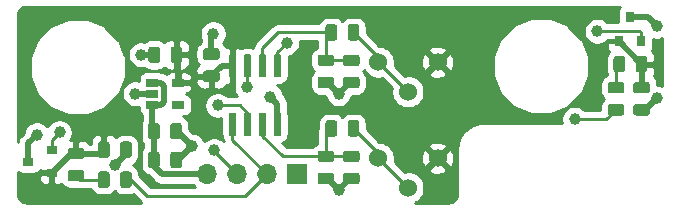
<source format=gbr>
G04 #@! TF.GenerationSoftware,KiCad,Pcbnew,(5.1.5)-3*
G04 #@! TF.CreationDate,2020-07-03T20:52:06-04:00*
G04 #@! TF.ProjectId,HallEffectXY-Endstop,48616c6c-4566-4666-9563-7458592d456e,A*
G04 #@! TF.SameCoordinates,Original*
G04 #@! TF.FileFunction,Copper,L1,Top*
G04 #@! TF.FilePolarity,Positive*
%FSLAX46Y46*%
G04 Gerber Fmt 4.6, Leading zero omitted, Abs format (unit mm)*
G04 Created by KiCad (PCBNEW (5.1.5)-3) date 2020-07-03 20:52:06*
%MOMM*%
%LPD*%
G04 APERTURE LIST*
%ADD10C,0.100000*%
%ADD11R,0.900000X0.800000*%
%ADD12C,1.524000*%
%ADD13R,1.060000X0.650000*%
%ADD14R,0.800000X0.900000*%
%ADD15O,1.700000X1.700000*%
%ADD16R,1.700000X1.700000*%
%ADD17C,1.000000*%
%ADD18C,0.508000*%
%ADD19C,0.254000*%
G04 APERTURE END LIST*
G04 #@! TA.AperFunction,SMDPad,CuDef*
D10*
G36*
X149524142Y-103310174D02*
G01*
X149547803Y-103313684D01*
X149571007Y-103319496D01*
X149593529Y-103327554D01*
X149615153Y-103337782D01*
X149635670Y-103350079D01*
X149654883Y-103364329D01*
X149672607Y-103380393D01*
X149688671Y-103398117D01*
X149702921Y-103417330D01*
X149715218Y-103437847D01*
X149725446Y-103459471D01*
X149733504Y-103481993D01*
X149739316Y-103505197D01*
X149742826Y-103528858D01*
X149744000Y-103552750D01*
X149744000Y-104465250D01*
X149742826Y-104489142D01*
X149739316Y-104512803D01*
X149733504Y-104536007D01*
X149725446Y-104558529D01*
X149715218Y-104580153D01*
X149702921Y-104600670D01*
X149688671Y-104619883D01*
X149672607Y-104637607D01*
X149654883Y-104653671D01*
X149635670Y-104667921D01*
X149615153Y-104680218D01*
X149593529Y-104690446D01*
X149571007Y-104698504D01*
X149547803Y-104704316D01*
X149524142Y-104707826D01*
X149500250Y-104709000D01*
X149012750Y-104709000D01*
X148988858Y-104707826D01*
X148965197Y-104704316D01*
X148941993Y-104698504D01*
X148919471Y-104690446D01*
X148897847Y-104680218D01*
X148877330Y-104667921D01*
X148858117Y-104653671D01*
X148840393Y-104637607D01*
X148824329Y-104619883D01*
X148810079Y-104600670D01*
X148797782Y-104580153D01*
X148787554Y-104558529D01*
X148779496Y-104536007D01*
X148773684Y-104512803D01*
X148770174Y-104489142D01*
X148769000Y-104465250D01*
X148769000Y-103552750D01*
X148770174Y-103528858D01*
X148773684Y-103505197D01*
X148779496Y-103481993D01*
X148787554Y-103459471D01*
X148797782Y-103437847D01*
X148810079Y-103417330D01*
X148824329Y-103398117D01*
X148840393Y-103380393D01*
X148858117Y-103364329D01*
X148877330Y-103350079D01*
X148897847Y-103337782D01*
X148919471Y-103327554D01*
X148941993Y-103319496D01*
X148965197Y-103313684D01*
X148988858Y-103310174D01*
X149012750Y-103309000D01*
X149500250Y-103309000D01*
X149524142Y-103310174D01*
G37*
G04 #@! TD.AperFunction*
G04 #@! TA.AperFunction,SMDPad,CuDef*
G36*
X151399142Y-103310174D02*
G01*
X151422803Y-103313684D01*
X151446007Y-103319496D01*
X151468529Y-103327554D01*
X151490153Y-103337782D01*
X151510670Y-103350079D01*
X151529883Y-103364329D01*
X151547607Y-103380393D01*
X151563671Y-103398117D01*
X151577921Y-103417330D01*
X151590218Y-103437847D01*
X151600446Y-103459471D01*
X151608504Y-103481993D01*
X151614316Y-103505197D01*
X151617826Y-103528858D01*
X151619000Y-103552750D01*
X151619000Y-104465250D01*
X151617826Y-104489142D01*
X151614316Y-104512803D01*
X151608504Y-104536007D01*
X151600446Y-104558529D01*
X151590218Y-104580153D01*
X151577921Y-104600670D01*
X151563671Y-104619883D01*
X151547607Y-104637607D01*
X151529883Y-104653671D01*
X151510670Y-104667921D01*
X151490153Y-104680218D01*
X151468529Y-104690446D01*
X151446007Y-104698504D01*
X151422803Y-104704316D01*
X151399142Y-104707826D01*
X151375250Y-104709000D01*
X150887750Y-104709000D01*
X150863858Y-104707826D01*
X150840197Y-104704316D01*
X150816993Y-104698504D01*
X150794471Y-104690446D01*
X150772847Y-104680218D01*
X150752330Y-104667921D01*
X150733117Y-104653671D01*
X150715393Y-104637607D01*
X150699329Y-104619883D01*
X150685079Y-104600670D01*
X150672782Y-104580153D01*
X150662554Y-104558529D01*
X150654496Y-104536007D01*
X150648684Y-104512803D01*
X150645174Y-104489142D01*
X150644000Y-104465250D01*
X150644000Y-103552750D01*
X150645174Y-103528858D01*
X150648684Y-103505197D01*
X150654496Y-103481993D01*
X150662554Y-103459471D01*
X150672782Y-103437847D01*
X150685079Y-103417330D01*
X150699329Y-103398117D01*
X150715393Y-103380393D01*
X150733117Y-103364329D01*
X150752330Y-103350079D01*
X150772847Y-103337782D01*
X150794471Y-103327554D01*
X150816993Y-103319496D01*
X150840197Y-103313684D01*
X150863858Y-103310174D01*
X150887750Y-103309000D01*
X151375250Y-103309000D01*
X151399142Y-103310174D01*
G37*
G04 #@! TD.AperFunction*
G04 #@! TA.AperFunction,SMDPad,CuDef*
G36*
X151436142Y-105887174D02*
G01*
X151459803Y-105890684D01*
X151483007Y-105896496D01*
X151505529Y-105904554D01*
X151527153Y-105914782D01*
X151547670Y-105927079D01*
X151566883Y-105941329D01*
X151584607Y-105957393D01*
X151600671Y-105975117D01*
X151614921Y-105994330D01*
X151627218Y-106014847D01*
X151637446Y-106036471D01*
X151645504Y-106058993D01*
X151651316Y-106082197D01*
X151654826Y-106105858D01*
X151656000Y-106129750D01*
X151656000Y-106617250D01*
X151654826Y-106641142D01*
X151651316Y-106664803D01*
X151645504Y-106688007D01*
X151637446Y-106710529D01*
X151627218Y-106732153D01*
X151614921Y-106752670D01*
X151600671Y-106771883D01*
X151584607Y-106789607D01*
X151566883Y-106805671D01*
X151547670Y-106819921D01*
X151527153Y-106832218D01*
X151505529Y-106842446D01*
X151483007Y-106850504D01*
X151459803Y-106856316D01*
X151436142Y-106859826D01*
X151412250Y-106861000D01*
X150499750Y-106861000D01*
X150475858Y-106859826D01*
X150452197Y-106856316D01*
X150428993Y-106850504D01*
X150406471Y-106842446D01*
X150384847Y-106832218D01*
X150364330Y-106819921D01*
X150345117Y-106805671D01*
X150327393Y-106789607D01*
X150311329Y-106771883D01*
X150297079Y-106752670D01*
X150284782Y-106732153D01*
X150274554Y-106710529D01*
X150266496Y-106688007D01*
X150260684Y-106664803D01*
X150257174Y-106641142D01*
X150256000Y-106617250D01*
X150256000Y-106129750D01*
X150257174Y-106105858D01*
X150260684Y-106082197D01*
X150266496Y-106058993D01*
X150274554Y-106036471D01*
X150284782Y-106014847D01*
X150297079Y-105994330D01*
X150311329Y-105975117D01*
X150327393Y-105957393D01*
X150345117Y-105941329D01*
X150364330Y-105927079D01*
X150384847Y-105914782D01*
X150406471Y-105904554D01*
X150428993Y-105896496D01*
X150452197Y-105890684D01*
X150475858Y-105887174D01*
X150499750Y-105886000D01*
X151412250Y-105886000D01*
X151436142Y-105887174D01*
G37*
G04 #@! TD.AperFunction*
G04 #@! TA.AperFunction,SMDPad,CuDef*
G36*
X151436142Y-107762174D02*
G01*
X151459803Y-107765684D01*
X151483007Y-107771496D01*
X151505529Y-107779554D01*
X151527153Y-107789782D01*
X151547670Y-107802079D01*
X151566883Y-107816329D01*
X151584607Y-107832393D01*
X151600671Y-107850117D01*
X151614921Y-107869330D01*
X151627218Y-107889847D01*
X151637446Y-107911471D01*
X151645504Y-107933993D01*
X151651316Y-107957197D01*
X151654826Y-107980858D01*
X151656000Y-108004750D01*
X151656000Y-108492250D01*
X151654826Y-108516142D01*
X151651316Y-108539803D01*
X151645504Y-108563007D01*
X151637446Y-108585529D01*
X151627218Y-108607153D01*
X151614921Y-108627670D01*
X151600671Y-108646883D01*
X151584607Y-108664607D01*
X151566883Y-108680671D01*
X151547670Y-108694921D01*
X151527153Y-108707218D01*
X151505529Y-108717446D01*
X151483007Y-108725504D01*
X151459803Y-108731316D01*
X151436142Y-108734826D01*
X151412250Y-108736000D01*
X150499750Y-108736000D01*
X150475858Y-108734826D01*
X150452197Y-108731316D01*
X150428993Y-108725504D01*
X150406471Y-108717446D01*
X150384847Y-108707218D01*
X150364330Y-108694921D01*
X150345117Y-108680671D01*
X150327393Y-108664607D01*
X150311329Y-108646883D01*
X150297079Y-108627670D01*
X150284782Y-108607153D01*
X150274554Y-108585529D01*
X150266496Y-108563007D01*
X150260684Y-108539803D01*
X150257174Y-108516142D01*
X150256000Y-108492250D01*
X150256000Y-108004750D01*
X150257174Y-107980858D01*
X150260684Y-107957197D01*
X150266496Y-107933993D01*
X150274554Y-107911471D01*
X150284782Y-107889847D01*
X150297079Y-107869330D01*
X150311329Y-107850117D01*
X150327393Y-107832393D01*
X150345117Y-107816329D01*
X150364330Y-107802079D01*
X150384847Y-107789782D01*
X150406471Y-107779554D01*
X150428993Y-107771496D01*
X150452197Y-107765684D01*
X150475858Y-107762174D01*
X150499750Y-107761000D01*
X151412250Y-107761000D01*
X151436142Y-107762174D01*
G37*
G04 #@! TD.AperFunction*
G04 #@! TA.AperFunction,SMDPad,CuDef*
G36*
X149277142Y-105887174D02*
G01*
X149300803Y-105890684D01*
X149324007Y-105896496D01*
X149346529Y-105904554D01*
X149368153Y-105914782D01*
X149388670Y-105927079D01*
X149407883Y-105941329D01*
X149425607Y-105957393D01*
X149441671Y-105975117D01*
X149455921Y-105994330D01*
X149468218Y-106014847D01*
X149478446Y-106036471D01*
X149486504Y-106058993D01*
X149492316Y-106082197D01*
X149495826Y-106105858D01*
X149497000Y-106129750D01*
X149497000Y-106617250D01*
X149495826Y-106641142D01*
X149492316Y-106664803D01*
X149486504Y-106688007D01*
X149478446Y-106710529D01*
X149468218Y-106732153D01*
X149455921Y-106752670D01*
X149441671Y-106771883D01*
X149425607Y-106789607D01*
X149407883Y-106805671D01*
X149388670Y-106819921D01*
X149368153Y-106832218D01*
X149346529Y-106842446D01*
X149324007Y-106850504D01*
X149300803Y-106856316D01*
X149277142Y-106859826D01*
X149253250Y-106861000D01*
X148340750Y-106861000D01*
X148316858Y-106859826D01*
X148293197Y-106856316D01*
X148269993Y-106850504D01*
X148247471Y-106842446D01*
X148225847Y-106832218D01*
X148205330Y-106819921D01*
X148186117Y-106805671D01*
X148168393Y-106789607D01*
X148152329Y-106771883D01*
X148138079Y-106752670D01*
X148125782Y-106732153D01*
X148115554Y-106710529D01*
X148107496Y-106688007D01*
X148101684Y-106664803D01*
X148098174Y-106641142D01*
X148097000Y-106617250D01*
X148097000Y-106129750D01*
X148098174Y-106105858D01*
X148101684Y-106082197D01*
X148107496Y-106058993D01*
X148115554Y-106036471D01*
X148125782Y-106014847D01*
X148138079Y-105994330D01*
X148152329Y-105975117D01*
X148168393Y-105957393D01*
X148186117Y-105941329D01*
X148205330Y-105927079D01*
X148225847Y-105914782D01*
X148247471Y-105904554D01*
X148269993Y-105896496D01*
X148293197Y-105890684D01*
X148316858Y-105887174D01*
X148340750Y-105886000D01*
X149253250Y-105886000D01*
X149277142Y-105887174D01*
G37*
G04 #@! TD.AperFunction*
G04 #@! TA.AperFunction,SMDPad,CuDef*
G36*
X149277142Y-107762174D02*
G01*
X149300803Y-107765684D01*
X149324007Y-107771496D01*
X149346529Y-107779554D01*
X149368153Y-107789782D01*
X149388670Y-107802079D01*
X149407883Y-107816329D01*
X149425607Y-107832393D01*
X149441671Y-107850117D01*
X149455921Y-107869330D01*
X149468218Y-107889847D01*
X149478446Y-107911471D01*
X149486504Y-107933993D01*
X149492316Y-107957197D01*
X149495826Y-107980858D01*
X149497000Y-108004750D01*
X149497000Y-108492250D01*
X149495826Y-108516142D01*
X149492316Y-108539803D01*
X149486504Y-108563007D01*
X149478446Y-108585529D01*
X149468218Y-108607153D01*
X149455921Y-108627670D01*
X149441671Y-108646883D01*
X149425607Y-108664607D01*
X149407883Y-108680671D01*
X149388670Y-108694921D01*
X149368153Y-108707218D01*
X149346529Y-108717446D01*
X149324007Y-108725504D01*
X149300803Y-108731316D01*
X149277142Y-108734826D01*
X149253250Y-108736000D01*
X148340750Y-108736000D01*
X148316858Y-108734826D01*
X148293197Y-108731316D01*
X148269993Y-108725504D01*
X148247471Y-108717446D01*
X148225847Y-108707218D01*
X148205330Y-108694921D01*
X148186117Y-108680671D01*
X148168393Y-108664607D01*
X148152329Y-108646883D01*
X148138079Y-108627670D01*
X148125782Y-108607153D01*
X148115554Y-108585529D01*
X148107496Y-108563007D01*
X148101684Y-108539803D01*
X148098174Y-108516142D01*
X148097000Y-108492250D01*
X148097000Y-108004750D01*
X148098174Y-107980858D01*
X148101684Y-107957197D01*
X148107496Y-107933993D01*
X148115554Y-107911471D01*
X148125782Y-107889847D01*
X148138079Y-107869330D01*
X148152329Y-107850117D01*
X148168393Y-107832393D01*
X148186117Y-107816329D01*
X148205330Y-107802079D01*
X148225847Y-107789782D01*
X148247471Y-107779554D01*
X148269993Y-107771496D01*
X148293197Y-107765684D01*
X148316858Y-107762174D01*
X148340750Y-107761000D01*
X149253250Y-107761000D01*
X149277142Y-107762174D01*
G37*
G04 #@! TD.AperFunction*
G04 #@! TA.AperFunction,SMDPad,CuDef*
G36*
X128116642Y-107536174D02*
G01*
X128140303Y-107539684D01*
X128163507Y-107545496D01*
X128186029Y-107553554D01*
X128207653Y-107563782D01*
X128228170Y-107576079D01*
X128247383Y-107590329D01*
X128265107Y-107606393D01*
X128281171Y-107624117D01*
X128295421Y-107643330D01*
X128307718Y-107663847D01*
X128317946Y-107685471D01*
X128326004Y-107707993D01*
X128331816Y-107731197D01*
X128335326Y-107754858D01*
X128336500Y-107778750D01*
X128336500Y-108266250D01*
X128335326Y-108290142D01*
X128331816Y-108313803D01*
X128326004Y-108337007D01*
X128317946Y-108359529D01*
X128307718Y-108381153D01*
X128295421Y-108401670D01*
X128281171Y-108420883D01*
X128265107Y-108438607D01*
X128247383Y-108454671D01*
X128228170Y-108468921D01*
X128207653Y-108481218D01*
X128186029Y-108491446D01*
X128163507Y-108499504D01*
X128140303Y-108505316D01*
X128116642Y-108508826D01*
X128092750Y-108510000D01*
X127180250Y-108510000D01*
X127156358Y-108508826D01*
X127132697Y-108505316D01*
X127109493Y-108499504D01*
X127086971Y-108491446D01*
X127065347Y-108481218D01*
X127044830Y-108468921D01*
X127025617Y-108454671D01*
X127007893Y-108438607D01*
X126991829Y-108420883D01*
X126977579Y-108401670D01*
X126965282Y-108381153D01*
X126955054Y-108359529D01*
X126946996Y-108337007D01*
X126941184Y-108313803D01*
X126937674Y-108290142D01*
X126936500Y-108266250D01*
X126936500Y-107778750D01*
X126937674Y-107754858D01*
X126941184Y-107731197D01*
X126946996Y-107707993D01*
X126955054Y-107685471D01*
X126965282Y-107663847D01*
X126977579Y-107643330D01*
X126991829Y-107624117D01*
X127007893Y-107606393D01*
X127025617Y-107590329D01*
X127044830Y-107576079D01*
X127065347Y-107563782D01*
X127086971Y-107553554D01*
X127109493Y-107545496D01*
X127132697Y-107539684D01*
X127156358Y-107536174D01*
X127180250Y-107535000D01*
X128092750Y-107535000D01*
X128116642Y-107536174D01*
G37*
G04 #@! TD.AperFunction*
G04 #@! TA.AperFunction,SMDPad,CuDef*
G36*
X128116642Y-105661174D02*
G01*
X128140303Y-105664684D01*
X128163507Y-105670496D01*
X128186029Y-105678554D01*
X128207653Y-105688782D01*
X128228170Y-105701079D01*
X128247383Y-105715329D01*
X128265107Y-105731393D01*
X128281171Y-105749117D01*
X128295421Y-105768330D01*
X128307718Y-105788847D01*
X128317946Y-105810471D01*
X128326004Y-105832993D01*
X128331816Y-105856197D01*
X128335326Y-105879858D01*
X128336500Y-105903750D01*
X128336500Y-106391250D01*
X128335326Y-106415142D01*
X128331816Y-106438803D01*
X128326004Y-106462007D01*
X128317946Y-106484529D01*
X128307718Y-106506153D01*
X128295421Y-106526670D01*
X128281171Y-106545883D01*
X128265107Y-106563607D01*
X128247383Y-106579671D01*
X128228170Y-106593921D01*
X128207653Y-106606218D01*
X128186029Y-106616446D01*
X128163507Y-106624504D01*
X128140303Y-106630316D01*
X128116642Y-106633826D01*
X128092750Y-106635000D01*
X127180250Y-106635000D01*
X127156358Y-106633826D01*
X127132697Y-106630316D01*
X127109493Y-106624504D01*
X127086971Y-106616446D01*
X127065347Y-106606218D01*
X127044830Y-106593921D01*
X127025617Y-106579671D01*
X127007893Y-106563607D01*
X126991829Y-106545883D01*
X126977579Y-106526670D01*
X126965282Y-106506153D01*
X126955054Y-106484529D01*
X126946996Y-106462007D01*
X126941184Y-106438803D01*
X126937674Y-106415142D01*
X126936500Y-106391250D01*
X126936500Y-105903750D01*
X126937674Y-105879858D01*
X126941184Y-105856197D01*
X126946996Y-105832993D01*
X126955054Y-105810471D01*
X126965282Y-105788847D01*
X126977579Y-105768330D01*
X126991829Y-105749117D01*
X127007893Y-105731393D01*
X127025617Y-105715329D01*
X127044830Y-105701079D01*
X127065347Y-105688782D01*
X127086971Y-105678554D01*
X127109493Y-105670496D01*
X127132697Y-105664684D01*
X127156358Y-105661174D01*
X127180250Y-105660000D01*
X128092750Y-105660000D01*
X128116642Y-105661174D01*
G37*
G04 #@! TD.AperFunction*
G04 #@! TA.AperFunction,SMDPad,CuDef*
G36*
X130268642Y-107656174D02*
G01*
X130292303Y-107659684D01*
X130315507Y-107665496D01*
X130338029Y-107673554D01*
X130359653Y-107683782D01*
X130380170Y-107696079D01*
X130399383Y-107710329D01*
X130417107Y-107726393D01*
X130433171Y-107744117D01*
X130447421Y-107763330D01*
X130459718Y-107783847D01*
X130469946Y-107805471D01*
X130478004Y-107827993D01*
X130483816Y-107851197D01*
X130487326Y-107874858D01*
X130488500Y-107898750D01*
X130488500Y-108811250D01*
X130487326Y-108835142D01*
X130483816Y-108858803D01*
X130478004Y-108882007D01*
X130469946Y-108904529D01*
X130459718Y-108926153D01*
X130447421Y-108946670D01*
X130433171Y-108965883D01*
X130417107Y-108983607D01*
X130399383Y-108999671D01*
X130380170Y-109013921D01*
X130359653Y-109026218D01*
X130338029Y-109036446D01*
X130315507Y-109044504D01*
X130292303Y-109050316D01*
X130268642Y-109053826D01*
X130244750Y-109055000D01*
X129757250Y-109055000D01*
X129733358Y-109053826D01*
X129709697Y-109050316D01*
X129686493Y-109044504D01*
X129663971Y-109036446D01*
X129642347Y-109026218D01*
X129621830Y-109013921D01*
X129602617Y-108999671D01*
X129584893Y-108983607D01*
X129568829Y-108965883D01*
X129554579Y-108946670D01*
X129542282Y-108926153D01*
X129532054Y-108904529D01*
X129523996Y-108882007D01*
X129518184Y-108858803D01*
X129514674Y-108835142D01*
X129513500Y-108811250D01*
X129513500Y-107898750D01*
X129514674Y-107874858D01*
X129518184Y-107851197D01*
X129523996Y-107827993D01*
X129532054Y-107805471D01*
X129542282Y-107783847D01*
X129554579Y-107763330D01*
X129568829Y-107744117D01*
X129584893Y-107726393D01*
X129602617Y-107710329D01*
X129621830Y-107696079D01*
X129642347Y-107683782D01*
X129663971Y-107673554D01*
X129686493Y-107665496D01*
X129709697Y-107659684D01*
X129733358Y-107656174D01*
X129757250Y-107655000D01*
X130244750Y-107655000D01*
X130268642Y-107656174D01*
G37*
G04 #@! TD.AperFunction*
G04 #@! TA.AperFunction,SMDPad,CuDef*
G36*
X132143642Y-107656174D02*
G01*
X132167303Y-107659684D01*
X132190507Y-107665496D01*
X132213029Y-107673554D01*
X132234653Y-107683782D01*
X132255170Y-107696079D01*
X132274383Y-107710329D01*
X132292107Y-107726393D01*
X132308171Y-107744117D01*
X132322421Y-107763330D01*
X132334718Y-107783847D01*
X132344946Y-107805471D01*
X132353004Y-107827993D01*
X132358816Y-107851197D01*
X132362326Y-107874858D01*
X132363500Y-107898750D01*
X132363500Y-108811250D01*
X132362326Y-108835142D01*
X132358816Y-108858803D01*
X132353004Y-108882007D01*
X132344946Y-108904529D01*
X132334718Y-108926153D01*
X132322421Y-108946670D01*
X132308171Y-108965883D01*
X132292107Y-108983607D01*
X132274383Y-108999671D01*
X132255170Y-109013921D01*
X132234653Y-109026218D01*
X132213029Y-109036446D01*
X132190507Y-109044504D01*
X132167303Y-109050316D01*
X132143642Y-109053826D01*
X132119750Y-109055000D01*
X131632250Y-109055000D01*
X131608358Y-109053826D01*
X131584697Y-109050316D01*
X131561493Y-109044504D01*
X131538971Y-109036446D01*
X131517347Y-109026218D01*
X131496830Y-109013921D01*
X131477617Y-108999671D01*
X131459893Y-108983607D01*
X131443829Y-108965883D01*
X131429579Y-108946670D01*
X131417282Y-108926153D01*
X131407054Y-108904529D01*
X131398996Y-108882007D01*
X131393184Y-108858803D01*
X131389674Y-108835142D01*
X131388500Y-108811250D01*
X131388500Y-107898750D01*
X131389674Y-107874858D01*
X131393184Y-107851197D01*
X131398996Y-107827993D01*
X131407054Y-107805471D01*
X131417282Y-107783847D01*
X131429579Y-107763330D01*
X131443829Y-107744117D01*
X131459893Y-107726393D01*
X131477617Y-107710329D01*
X131496830Y-107696079D01*
X131517347Y-107683782D01*
X131538971Y-107673554D01*
X131561493Y-107665496D01*
X131584697Y-107659684D01*
X131608358Y-107656174D01*
X131632250Y-107655000D01*
X132119750Y-107655000D01*
X132143642Y-107656174D01*
G37*
G04 #@! TD.AperFunction*
D11*
X125588500Y-107781000D03*
X125588500Y-105881000D03*
X123588500Y-106831000D03*
G04 #@! TA.AperFunction,SMDPad,CuDef*
D10*
G36*
X130268642Y-105116174D02*
G01*
X130292303Y-105119684D01*
X130315507Y-105125496D01*
X130338029Y-105133554D01*
X130359653Y-105143782D01*
X130380170Y-105156079D01*
X130399383Y-105170329D01*
X130417107Y-105186393D01*
X130433171Y-105204117D01*
X130447421Y-105223330D01*
X130459718Y-105243847D01*
X130469946Y-105265471D01*
X130478004Y-105287993D01*
X130483816Y-105311197D01*
X130487326Y-105334858D01*
X130488500Y-105358750D01*
X130488500Y-106271250D01*
X130487326Y-106295142D01*
X130483816Y-106318803D01*
X130478004Y-106342007D01*
X130469946Y-106364529D01*
X130459718Y-106386153D01*
X130447421Y-106406670D01*
X130433171Y-106425883D01*
X130417107Y-106443607D01*
X130399383Y-106459671D01*
X130380170Y-106473921D01*
X130359653Y-106486218D01*
X130338029Y-106496446D01*
X130315507Y-106504504D01*
X130292303Y-106510316D01*
X130268642Y-106513826D01*
X130244750Y-106515000D01*
X129757250Y-106515000D01*
X129733358Y-106513826D01*
X129709697Y-106510316D01*
X129686493Y-106504504D01*
X129663971Y-106496446D01*
X129642347Y-106486218D01*
X129621830Y-106473921D01*
X129602617Y-106459671D01*
X129584893Y-106443607D01*
X129568829Y-106425883D01*
X129554579Y-106406670D01*
X129542282Y-106386153D01*
X129532054Y-106364529D01*
X129523996Y-106342007D01*
X129518184Y-106318803D01*
X129514674Y-106295142D01*
X129513500Y-106271250D01*
X129513500Y-105358750D01*
X129514674Y-105334858D01*
X129518184Y-105311197D01*
X129523996Y-105287993D01*
X129532054Y-105265471D01*
X129542282Y-105243847D01*
X129554579Y-105223330D01*
X129568829Y-105204117D01*
X129584893Y-105186393D01*
X129602617Y-105170329D01*
X129621830Y-105156079D01*
X129642347Y-105143782D01*
X129663971Y-105133554D01*
X129686493Y-105125496D01*
X129709697Y-105119684D01*
X129733358Y-105116174D01*
X129757250Y-105115000D01*
X130244750Y-105115000D01*
X130268642Y-105116174D01*
G37*
G04 #@! TD.AperFunction*
G04 #@! TA.AperFunction,SMDPad,CuDef*
G36*
X132143642Y-105116174D02*
G01*
X132167303Y-105119684D01*
X132190507Y-105125496D01*
X132213029Y-105133554D01*
X132234653Y-105143782D01*
X132255170Y-105156079D01*
X132274383Y-105170329D01*
X132292107Y-105186393D01*
X132308171Y-105204117D01*
X132322421Y-105223330D01*
X132334718Y-105243847D01*
X132344946Y-105265471D01*
X132353004Y-105287993D01*
X132358816Y-105311197D01*
X132362326Y-105334858D01*
X132363500Y-105358750D01*
X132363500Y-106271250D01*
X132362326Y-106295142D01*
X132358816Y-106318803D01*
X132353004Y-106342007D01*
X132344946Y-106364529D01*
X132334718Y-106386153D01*
X132322421Y-106406670D01*
X132308171Y-106425883D01*
X132292107Y-106443607D01*
X132274383Y-106459671D01*
X132255170Y-106473921D01*
X132234653Y-106486218D01*
X132213029Y-106496446D01*
X132190507Y-106504504D01*
X132167303Y-106510316D01*
X132143642Y-106513826D01*
X132119750Y-106515000D01*
X131632250Y-106515000D01*
X131608358Y-106513826D01*
X131584697Y-106510316D01*
X131561493Y-106504504D01*
X131538971Y-106496446D01*
X131517347Y-106486218D01*
X131496830Y-106473921D01*
X131477617Y-106459671D01*
X131459893Y-106443607D01*
X131443829Y-106425883D01*
X131429579Y-106406670D01*
X131417282Y-106386153D01*
X131407054Y-106364529D01*
X131398996Y-106342007D01*
X131393184Y-106318803D01*
X131389674Y-106295142D01*
X131388500Y-106271250D01*
X131388500Y-105358750D01*
X131389674Y-105334858D01*
X131393184Y-105311197D01*
X131398996Y-105287993D01*
X131407054Y-105265471D01*
X131417282Y-105243847D01*
X131429579Y-105223330D01*
X131443829Y-105204117D01*
X131459893Y-105186393D01*
X131477617Y-105170329D01*
X131496830Y-105156079D01*
X131517347Y-105143782D01*
X131538971Y-105133554D01*
X131561493Y-105125496D01*
X131584697Y-105119684D01*
X131608358Y-105116174D01*
X131632250Y-105115000D01*
X132119750Y-105115000D01*
X132143642Y-105116174D01*
G37*
G04 #@! TD.AperFunction*
G04 #@! TA.AperFunction,SMDPad,CuDef*
G36*
X141059703Y-102700722D02*
G01*
X141074264Y-102702882D01*
X141088543Y-102706459D01*
X141102403Y-102711418D01*
X141115710Y-102717712D01*
X141128336Y-102725280D01*
X141140159Y-102734048D01*
X141151066Y-102743934D01*
X141160952Y-102754841D01*
X141169720Y-102766664D01*
X141177288Y-102779290D01*
X141183582Y-102792597D01*
X141188541Y-102806457D01*
X141192118Y-102820736D01*
X141194278Y-102835297D01*
X141195000Y-102850000D01*
X141195000Y-104500000D01*
X141194278Y-104514703D01*
X141192118Y-104529264D01*
X141188541Y-104543543D01*
X141183582Y-104557403D01*
X141177288Y-104570710D01*
X141169720Y-104583336D01*
X141160952Y-104595159D01*
X141151066Y-104606066D01*
X141140159Y-104615952D01*
X141128336Y-104624720D01*
X141115710Y-104632288D01*
X141102403Y-104638582D01*
X141088543Y-104643541D01*
X141074264Y-104647118D01*
X141059703Y-104649278D01*
X141045000Y-104650000D01*
X140745000Y-104650000D01*
X140730297Y-104649278D01*
X140715736Y-104647118D01*
X140701457Y-104643541D01*
X140687597Y-104638582D01*
X140674290Y-104632288D01*
X140661664Y-104624720D01*
X140649841Y-104615952D01*
X140638934Y-104606066D01*
X140629048Y-104595159D01*
X140620280Y-104583336D01*
X140612712Y-104570710D01*
X140606418Y-104557403D01*
X140601459Y-104543543D01*
X140597882Y-104529264D01*
X140595722Y-104514703D01*
X140595000Y-104500000D01*
X140595000Y-102850000D01*
X140595722Y-102835297D01*
X140597882Y-102820736D01*
X140601459Y-102806457D01*
X140606418Y-102792597D01*
X140612712Y-102779290D01*
X140620280Y-102766664D01*
X140629048Y-102754841D01*
X140638934Y-102743934D01*
X140649841Y-102734048D01*
X140661664Y-102725280D01*
X140674290Y-102717712D01*
X140687597Y-102711418D01*
X140701457Y-102706459D01*
X140715736Y-102702882D01*
X140730297Y-102700722D01*
X140745000Y-102700000D01*
X141045000Y-102700000D01*
X141059703Y-102700722D01*
G37*
G04 #@! TD.AperFunction*
G04 #@! TA.AperFunction,SMDPad,CuDef*
G36*
X142329703Y-102700722D02*
G01*
X142344264Y-102702882D01*
X142358543Y-102706459D01*
X142372403Y-102711418D01*
X142385710Y-102717712D01*
X142398336Y-102725280D01*
X142410159Y-102734048D01*
X142421066Y-102743934D01*
X142430952Y-102754841D01*
X142439720Y-102766664D01*
X142447288Y-102779290D01*
X142453582Y-102792597D01*
X142458541Y-102806457D01*
X142462118Y-102820736D01*
X142464278Y-102835297D01*
X142465000Y-102850000D01*
X142465000Y-104500000D01*
X142464278Y-104514703D01*
X142462118Y-104529264D01*
X142458541Y-104543543D01*
X142453582Y-104557403D01*
X142447288Y-104570710D01*
X142439720Y-104583336D01*
X142430952Y-104595159D01*
X142421066Y-104606066D01*
X142410159Y-104615952D01*
X142398336Y-104624720D01*
X142385710Y-104632288D01*
X142372403Y-104638582D01*
X142358543Y-104643541D01*
X142344264Y-104647118D01*
X142329703Y-104649278D01*
X142315000Y-104650000D01*
X142015000Y-104650000D01*
X142000297Y-104649278D01*
X141985736Y-104647118D01*
X141971457Y-104643541D01*
X141957597Y-104638582D01*
X141944290Y-104632288D01*
X141931664Y-104624720D01*
X141919841Y-104615952D01*
X141908934Y-104606066D01*
X141899048Y-104595159D01*
X141890280Y-104583336D01*
X141882712Y-104570710D01*
X141876418Y-104557403D01*
X141871459Y-104543543D01*
X141867882Y-104529264D01*
X141865722Y-104514703D01*
X141865000Y-104500000D01*
X141865000Y-102850000D01*
X141865722Y-102835297D01*
X141867882Y-102820736D01*
X141871459Y-102806457D01*
X141876418Y-102792597D01*
X141882712Y-102779290D01*
X141890280Y-102766664D01*
X141899048Y-102754841D01*
X141908934Y-102743934D01*
X141919841Y-102734048D01*
X141931664Y-102725280D01*
X141944290Y-102717712D01*
X141957597Y-102711418D01*
X141971457Y-102706459D01*
X141985736Y-102702882D01*
X142000297Y-102700722D01*
X142015000Y-102700000D01*
X142315000Y-102700000D01*
X142329703Y-102700722D01*
G37*
G04 #@! TD.AperFunction*
G04 #@! TA.AperFunction,SMDPad,CuDef*
G36*
X143599703Y-102700722D02*
G01*
X143614264Y-102702882D01*
X143628543Y-102706459D01*
X143642403Y-102711418D01*
X143655710Y-102717712D01*
X143668336Y-102725280D01*
X143680159Y-102734048D01*
X143691066Y-102743934D01*
X143700952Y-102754841D01*
X143709720Y-102766664D01*
X143717288Y-102779290D01*
X143723582Y-102792597D01*
X143728541Y-102806457D01*
X143732118Y-102820736D01*
X143734278Y-102835297D01*
X143735000Y-102850000D01*
X143735000Y-104500000D01*
X143734278Y-104514703D01*
X143732118Y-104529264D01*
X143728541Y-104543543D01*
X143723582Y-104557403D01*
X143717288Y-104570710D01*
X143709720Y-104583336D01*
X143700952Y-104595159D01*
X143691066Y-104606066D01*
X143680159Y-104615952D01*
X143668336Y-104624720D01*
X143655710Y-104632288D01*
X143642403Y-104638582D01*
X143628543Y-104643541D01*
X143614264Y-104647118D01*
X143599703Y-104649278D01*
X143585000Y-104650000D01*
X143285000Y-104650000D01*
X143270297Y-104649278D01*
X143255736Y-104647118D01*
X143241457Y-104643541D01*
X143227597Y-104638582D01*
X143214290Y-104632288D01*
X143201664Y-104624720D01*
X143189841Y-104615952D01*
X143178934Y-104606066D01*
X143169048Y-104595159D01*
X143160280Y-104583336D01*
X143152712Y-104570710D01*
X143146418Y-104557403D01*
X143141459Y-104543543D01*
X143137882Y-104529264D01*
X143135722Y-104514703D01*
X143135000Y-104500000D01*
X143135000Y-102850000D01*
X143135722Y-102835297D01*
X143137882Y-102820736D01*
X143141459Y-102806457D01*
X143146418Y-102792597D01*
X143152712Y-102779290D01*
X143160280Y-102766664D01*
X143169048Y-102754841D01*
X143178934Y-102743934D01*
X143189841Y-102734048D01*
X143201664Y-102725280D01*
X143214290Y-102717712D01*
X143227597Y-102711418D01*
X143241457Y-102706459D01*
X143255736Y-102702882D01*
X143270297Y-102700722D01*
X143285000Y-102700000D01*
X143585000Y-102700000D01*
X143599703Y-102700722D01*
G37*
G04 #@! TD.AperFunction*
G04 #@! TA.AperFunction,SMDPad,CuDef*
G36*
X144869703Y-102700722D02*
G01*
X144884264Y-102702882D01*
X144898543Y-102706459D01*
X144912403Y-102711418D01*
X144925710Y-102717712D01*
X144938336Y-102725280D01*
X144950159Y-102734048D01*
X144961066Y-102743934D01*
X144970952Y-102754841D01*
X144979720Y-102766664D01*
X144987288Y-102779290D01*
X144993582Y-102792597D01*
X144998541Y-102806457D01*
X145002118Y-102820736D01*
X145004278Y-102835297D01*
X145005000Y-102850000D01*
X145005000Y-104500000D01*
X145004278Y-104514703D01*
X145002118Y-104529264D01*
X144998541Y-104543543D01*
X144993582Y-104557403D01*
X144987288Y-104570710D01*
X144979720Y-104583336D01*
X144970952Y-104595159D01*
X144961066Y-104606066D01*
X144950159Y-104615952D01*
X144938336Y-104624720D01*
X144925710Y-104632288D01*
X144912403Y-104638582D01*
X144898543Y-104643541D01*
X144884264Y-104647118D01*
X144869703Y-104649278D01*
X144855000Y-104650000D01*
X144555000Y-104650000D01*
X144540297Y-104649278D01*
X144525736Y-104647118D01*
X144511457Y-104643541D01*
X144497597Y-104638582D01*
X144484290Y-104632288D01*
X144471664Y-104624720D01*
X144459841Y-104615952D01*
X144448934Y-104606066D01*
X144439048Y-104595159D01*
X144430280Y-104583336D01*
X144422712Y-104570710D01*
X144416418Y-104557403D01*
X144411459Y-104543543D01*
X144407882Y-104529264D01*
X144405722Y-104514703D01*
X144405000Y-104500000D01*
X144405000Y-102850000D01*
X144405722Y-102835297D01*
X144407882Y-102820736D01*
X144411459Y-102806457D01*
X144416418Y-102792597D01*
X144422712Y-102779290D01*
X144430280Y-102766664D01*
X144439048Y-102754841D01*
X144448934Y-102743934D01*
X144459841Y-102734048D01*
X144471664Y-102725280D01*
X144484290Y-102717712D01*
X144497597Y-102711418D01*
X144511457Y-102706459D01*
X144525736Y-102702882D01*
X144540297Y-102700722D01*
X144555000Y-102700000D01*
X144855000Y-102700000D01*
X144869703Y-102700722D01*
G37*
G04 #@! TD.AperFunction*
G04 #@! TA.AperFunction,SMDPad,CuDef*
G36*
X144869703Y-97750722D02*
G01*
X144884264Y-97752882D01*
X144898543Y-97756459D01*
X144912403Y-97761418D01*
X144925710Y-97767712D01*
X144938336Y-97775280D01*
X144950159Y-97784048D01*
X144961066Y-97793934D01*
X144970952Y-97804841D01*
X144979720Y-97816664D01*
X144987288Y-97829290D01*
X144993582Y-97842597D01*
X144998541Y-97856457D01*
X145002118Y-97870736D01*
X145004278Y-97885297D01*
X145005000Y-97900000D01*
X145005000Y-99550000D01*
X145004278Y-99564703D01*
X145002118Y-99579264D01*
X144998541Y-99593543D01*
X144993582Y-99607403D01*
X144987288Y-99620710D01*
X144979720Y-99633336D01*
X144970952Y-99645159D01*
X144961066Y-99656066D01*
X144950159Y-99665952D01*
X144938336Y-99674720D01*
X144925710Y-99682288D01*
X144912403Y-99688582D01*
X144898543Y-99693541D01*
X144884264Y-99697118D01*
X144869703Y-99699278D01*
X144855000Y-99700000D01*
X144555000Y-99700000D01*
X144540297Y-99699278D01*
X144525736Y-99697118D01*
X144511457Y-99693541D01*
X144497597Y-99688582D01*
X144484290Y-99682288D01*
X144471664Y-99674720D01*
X144459841Y-99665952D01*
X144448934Y-99656066D01*
X144439048Y-99645159D01*
X144430280Y-99633336D01*
X144422712Y-99620710D01*
X144416418Y-99607403D01*
X144411459Y-99593543D01*
X144407882Y-99579264D01*
X144405722Y-99564703D01*
X144405000Y-99550000D01*
X144405000Y-97900000D01*
X144405722Y-97885297D01*
X144407882Y-97870736D01*
X144411459Y-97856457D01*
X144416418Y-97842597D01*
X144422712Y-97829290D01*
X144430280Y-97816664D01*
X144439048Y-97804841D01*
X144448934Y-97793934D01*
X144459841Y-97784048D01*
X144471664Y-97775280D01*
X144484290Y-97767712D01*
X144497597Y-97761418D01*
X144511457Y-97756459D01*
X144525736Y-97752882D01*
X144540297Y-97750722D01*
X144555000Y-97750000D01*
X144855000Y-97750000D01*
X144869703Y-97750722D01*
G37*
G04 #@! TD.AperFunction*
G04 #@! TA.AperFunction,SMDPad,CuDef*
G36*
X143599703Y-97750722D02*
G01*
X143614264Y-97752882D01*
X143628543Y-97756459D01*
X143642403Y-97761418D01*
X143655710Y-97767712D01*
X143668336Y-97775280D01*
X143680159Y-97784048D01*
X143691066Y-97793934D01*
X143700952Y-97804841D01*
X143709720Y-97816664D01*
X143717288Y-97829290D01*
X143723582Y-97842597D01*
X143728541Y-97856457D01*
X143732118Y-97870736D01*
X143734278Y-97885297D01*
X143735000Y-97900000D01*
X143735000Y-99550000D01*
X143734278Y-99564703D01*
X143732118Y-99579264D01*
X143728541Y-99593543D01*
X143723582Y-99607403D01*
X143717288Y-99620710D01*
X143709720Y-99633336D01*
X143700952Y-99645159D01*
X143691066Y-99656066D01*
X143680159Y-99665952D01*
X143668336Y-99674720D01*
X143655710Y-99682288D01*
X143642403Y-99688582D01*
X143628543Y-99693541D01*
X143614264Y-99697118D01*
X143599703Y-99699278D01*
X143585000Y-99700000D01*
X143285000Y-99700000D01*
X143270297Y-99699278D01*
X143255736Y-99697118D01*
X143241457Y-99693541D01*
X143227597Y-99688582D01*
X143214290Y-99682288D01*
X143201664Y-99674720D01*
X143189841Y-99665952D01*
X143178934Y-99656066D01*
X143169048Y-99645159D01*
X143160280Y-99633336D01*
X143152712Y-99620710D01*
X143146418Y-99607403D01*
X143141459Y-99593543D01*
X143137882Y-99579264D01*
X143135722Y-99564703D01*
X143135000Y-99550000D01*
X143135000Y-97900000D01*
X143135722Y-97885297D01*
X143137882Y-97870736D01*
X143141459Y-97856457D01*
X143146418Y-97842597D01*
X143152712Y-97829290D01*
X143160280Y-97816664D01*
X143169048Y-97804841D01*
X143178934Y-97793934D01*
X143189841Y-97784048D01*
X143201664Y-97775280D01*
X143214290Y-97767712D01*
X143227597Y-97761418D01*
X143241457Y-97756459D01*
X143255736Y-97752882D01*
X143270297Y-97750722D01*
X143285000Y-97750000D01*
X143585000Y-97750000D01*
X143599703Y-97750722D01*
G37*
G04 #@! TD.AperFunction*
G04 #@! TA.AperFunction,SMDPad,CuDef*
G36*
X142329703Y-97750722D02*
G01*
X142344264Y-97752882D01*
X142358543Y-97756459D01*
X142372403Y-97761418D01*
X142385710Y-97767712D01*
X142398336Y-97775280D01*
X142410159Y-97784048D01*
X142421066Y-97793934D01*
X142430952Y-97804841D01*
X142439720Y-97816664D01*
X142447288Y-97829290D01*
X142453582Y-97842597D01*
X142458541Y-97856457D01*
X142462118Y-97870736D01*
X142464278Y-97885297D01*
X142465000Y-97900000D01*
X142465000Y-99550000D01*
X142464278Y-99564703D01*
X142462118Y-99579264D01*
X142458541Y-99593543D01*
X142453582Y-99607403D01*
X142447288Y-99620710D01*
X142439720Y-99633336D01*
X142430952Y-99645159D01*
X142421066Y-99656066D01*
X142410159Y-99665952D01*
X142398336Y-99674720D01*
X142385710Y-99682288D01*
X142372403Y-99688582D01*
X142358543Y-99693541D01*
X142344264Y-99697118D01*
X142329703Y-99699278D01*
X142315000Y-99700000D01*
X142015000Y-99700000D01*
X142000297Y-99699278D01*
X141985736Y-99697118D01*
X141971457Y-99693541D01*
X141957597Y-99688582D01*
X141944290Y-99682288D01*
X141931664Y-99674720D01*
X141919841Y-99665952D01*
X141908934Y-99656066D01*
X141899048Y-99645159D01*
X141890280Y-99633336D01*
X141882712Y-99620710D01*
X141876418Y-99607403D01*
X141871459Y-99593543D01*
X141867882Y-99579264D01*
X141865722Y-99564703D01*
X141865000Y-99550000D01*
X141865000Y-97900000D01*
X141865722Y-97885297D01*
X141867882Y-97870736D01*
X141871459Y-97856457D01*
X141876418Y-97842597D01*
X141882712Y-97829290D01*
X141890280Y-97816664D01*
X141899048Y-97804841D01*
X141908934Y-97793934D01*
X141919841Y-97784048D01*
X141931664Y-97775280D01*
X141944290Y-97767712D01*
X141957597Y-97761418D01*
X141971457Y-97756459D01*
X141985736Y-97752882D01*
X142000297Y-97750722D01*
X142015000Y-97750000D01*
X142315000Y-97750000D01*
X142329703Y-97750722D01*
G37*
G04 #@! TD.AperFunction*
G04 #@! TA.AperFunction,SMDPad,CuDef*
G36*
X141059703Y-97750722D02*
G01*
X141074264Y-97752882D01*
X141088543Y-97756459D01*
X141102403Y-97761418D01*
X141115710Y-97767712D01*
X141128336Y-97775280D01*
X141140159Y-97784048D01*
X141151066Y-97793934D01*
X141160952Y-97804841D01*
X141169720Y-97816664D01*
X141177288Y-97829290D01*
X141183582Y-97842597D01*
X141188541Y-97856457D01*
X141192118Y-97870736D01*
X141194278Y-97885297D01*
X141195000Y-97900000D01*
X141195000Y-99550000D01*
X141194278Y-99564703D01*
X141192118Y-99579264D01*
X141188541Y-99593543D01*
X141183582Y-99607403D01*
X141177288Y-99620710D01*
X141169720Y-99633336D01*
X141160952Y-99645159D01*
X141151066Y-99656066D01*
X141140159Y-99665952D01*
X141128336Y-99674720D01*
X141115710Y-99682288D01*
X141102403Y-99688582D01*
X141088543Y-99693541D01*
X141074264Y-99697118D01*
X141059703Y-99699278D01*
X141045000Y-99700000D01*
X140745000Y-99700000D01*
X140730297Y-99699278D01*
X140715736Y-99697118D01*
X140701457Y-99693541D01*
X140687597Y-99688582D01*
X140674290Y-99682288D01*
X140661664Y-99674720D01*
X140649841Y-99665952D01*
X140638934Y-99656066D01*
X140629048Y-99645159D01*
X140620280Y-99633336D01*
X140612712Y-99620710D01*
X140606418Y-99607403D01*
X140601459Y-99593543D01*
X140597882Y-99579264D01*
X140595722Y-99564703D01*
X140595000Y-99550000D01*
X140595000Y-97900000D01*
X140595722Y-97885297D01*
X140597882Y-97870736D01*
X140601459Y-97856457D01*
X140606418Y-97842597D01*
X140612712Y-97829290D01*
X140620280Y-97816664D01*
X140629048Y-97804841D01*
X140638934Y-97793934D01*
X140649841Y-97784048D01*
X140661664Y-97775280D01*
X140674290Y-97767712D01*
X140687597Y-97761418D01*
X140701457Y-97756459D01*
X140715736Y-97752882D01*
X140730297Y-97750722D01*
X140745000Y-97750000D01*
X141045000Y-97750000D01*
X141059703Y-97750722D01*
G37*
G04 #@! TD.AperFunction*
D12*
X158254000Y-106534000D03*
X155754000Y-109034000D03*
X153254000Y-106534000D03*
X158254000Y-98406000D03*
X155754000Y-100906000D03*
X153254000Y-98406000D03*
D13*
X136308000Y-100138000D03*
X136308000Y-102038000D03*
X134108000Y-102038000D03*
X134108000Y-101088000D03*
X134108000Y-100138000D03*
D14*
X174550000Y-94612000D03*
X175500000Y-96612000D03*
X173600000Y-96612000D03*
G04 #@! TA.AperFunction,SMDPad,CuDef*
D10*
G36*
X173851642Y-101950174D02*
G01*
X173875303Y-101953684D01*
X173898507Y-101959496D01*
X173921029Y-101967554D01*
X173942653Y-101977782D01*
X173963170Y-101990079D01*
X173982383Y-102004329D01*
X174000107Y-102020393D01*
X174016171Y-102038117D01*
X174030421Y-102057330D01*
X174042718Y-102077847D01*
X174052946Y-102099471D01*
X174061004Y-102121993D01*
X174066816Y-102145197D01*
X174070326Y-102168858D01*
X174071500Y-102192750D01*
X174071500Y-102680250D01*
X174070326Y-102704142D01*
X174066816Y-102727803D01*
X174061004Y-102751007D01*
X174052946Y-102773529D01*
X174042718Y-102795153D01*
X174030421Y-102815670D01*
X174016171Y-102834883D01*
X174000107Y-102852607D01*
X173982383Y-102868671D01*
X173963170Y-102882921D01*
X173942653Y-102895218D01*
X173921029Y-102905446D01*
X173898507Y-102913504D01*
X173875303Y-102919316D01*
X173851642Y-102922826D01*
X173827750Y-102924000D01*
X172915250Y-102924000D01*
X172891358Y-102922826D01*
X172867697Y-102919316D01*
X172844493Y-102913504D01*
X172821971Y-102905446D01*
X172800347Y-102895218D01*
X172779830Y-102882921D01*
X172760617Y-102868671D01*
X172742893Y-102852607D01*
X172726829Y-102834883D01*
X172712579Y-102815670D01*
X172700282Y-102795153D01*
X172690054Y-102773529D01*
X172681996Y-102751007D01*
X172676184Y-102727803D01*
X172672674Y-102704142D01*
X172671500Y-102680250D01*
X172671500Y-102192750D01*
X172672674Y-102168858D01*
X172676184Y-102145197D01*
X172681996Y-102121993D01*
X172690054Y-102099471D01*
X172700282Y-102077847D01*
X172712579Y-102057330D01*
X172726829Y-102038117D01*
X172742893Y-102020393D01*
X172760617Y-102004329D01*
X172779830Y-101990079D01*
X172800347Y-101977782D01*
X172821971Y-101967554D01*
X172844493Y-101959496D01*
X172867697Y-101953684D01*
X172891358Y-101950174D01*
X172915250Y-101949000D01*
X173827750Y-101949000D01*
X173851642Y-101950174D01*
G37*
G04 #@! TD.AperFunction*
G04 #@! TA.AperFunction,SMDPad,CuDef*
G36*
X173851642Y-100075174D02*
G01*
X173875303Y-100078684D01*
X173898507Y-100084496D01*
X173921029Y-100092554D01*
X173942653Y-100102782D01*
X173963170Y-100115079D01*
X173982383Y-100129329D01*
X174000107Y-100145393D01*
X174016171Y-100163117D01*
X174030421Y-100182330D01*
X174042718Y-100202847D01*
X174052946Y-100224471D01*
X174061004Y-100246993D01*
X174066816Y-100270197D01*
X174070326Y-100293858D01*
X174071500Y-100317750D01*
X174071500Y-100805250D01*
X174070326Y-100829142D01*
X174066816Y-100852803D01*
X174061004Y-100876007D01*
X174052946Y-100898529D01*
X174042718Y-100920153D01*
X174030421Y-100940670D01*
X174016171Y-100959883D01*
X174000107Y-100977607D01*
X173982383Y-100993671D01*
X173963170Y-101007921D01*
X173942653Y-101020218D01*
X173921029Y-101030446D01*
X173898507Y-101038504D01*
X173875303Y-101044316D01*
X173851642Y-101047826D01*
X173827750Y-101049000D01*
X172915250Y-101049000D01*
X172891358Y-101047826D01*
X172867697Y-101044316D01*
X172844493Y-101038504D01*
X172821971Y-101030446D01*
X172800347Y-101020218D01*
X172779830Y-101007921D01*
X172760617Y-100993671D01*
X172742893Y-100977607D01*
X172726829Y-100959883D01*
X172712579Y-100940670D01*
X172700282Y-100920153D01*
X172690054Y-100898529D01*
X172681996Y-100876007D01*
X172676184Y-100852803D01*
X172672674Y-100829142D01*
X172671500Y-100805250D01*
X172671500Y-100317750D01*
X172672674Y-100293858D01*
X172676184Y-100270197D01*
X172681996Y-100246993D01*
X172690054Y-100224471D01*
X172700282Y-100202847D01*
X172712579Y-100182330D01*
X172726829Y-100163117D01*
X172742893Y-100145393D01*
X172760617Y-100129329D01*
X172779830Y-100115079D01*
X172800347Y-100102782D01*
X172821971Y-100092554D01*
X172844493Y-100084496D01*
X172867697Y-100078684D01*
X172891358Y-100075174D01*
X172915250Y-100074000D01*
X173827750Y-100074000D01*
X173851642Y-100075174D01*
G37*
G04 #@! TD.AperFunction*
G04 #@! TA.AperFunction,SMDPad,CuDef*
G36*
X151436142Y-99634174D02*
G01*
X151459803Y-99637684D01*
X151483007Y-99643496D01*
X151505529Y-99651554D01*
X151527153Y-99661782D01*
X151547670Y-99674079D01*
X151566883Y-99688329D01*
X151584607Y-99704393D01*
X151600671Y-99722117D01*
X151614921Y-99741330D01*
X151627218Y-99761847D01*
X151637446Y-99783471D01*
X151645504Y-99805993D01*
X151651316Y-99829197D01*
X151654826Y-99852858D01*
X151656000Y-99876750D01*
X151656000Y-100364250D01*
X151654826Y-100388142D01*
X151651316Y-100411803D01*
X151645504Y-100435007D01*
X151637446Y-100457529D01*
X151627218Y-100479153D01*
X151614921Y-100499670D01*
X151600671Y-100518883D01*
X151584607Y-100536607D01*
X151566883Y-100552671D01*
X151547670Y-100566921D01*
X151527153Y-100579218D01*
X151505529Y-100589446D01*
X151483007Y-100597504D01*
X151459803Y-100603316D01*
X151436142Y-100606826D01*
X151412250Y-100608000D01*
X150499750Y-100608000D01*
X150475858Y-100606826D01*
X150452197Y-100603316D01*
X150428993Y-100597504D01*
X150406471Y-100589446D01*
X150384847Y-100579218D01*
X150364330Y-100566921D01*
X150345117Y-100552671D01*
X150327393Y-100536607D01*
X150311329Y-100518883D01*
X150297079Y-100499670D01*
X150284782Y-100479153D01*
X150274554Y-100457529D01*
X150266496Y-100435007D01*
X150260684Y-100411803D01*
X150257174Y-100388142D01*
X150256000Y-100364250D01*
X150256000Y-99876750D01*
X150257174Y-99852858D01*
X150260684Y-99829197D01*
X150266496Y-99805993D01*
X150274554Y-99783471D01*
X150284782Y-99761847D01*
X150297079Y-99741330D01*
X150311329Y-99722117D01*
X150327393Y-99704393D01*
X150345117Y-99688329D01*
X150364330Y-99674079D01*
X150384847Y-99661782D01*
X150406471Y-99651554D01*
X150428993Y-99643496D01*
X150452197Y-99637684D01*
X150475858Y-99634174D01*
X150499750Y-99633000D01*
X151412250Y-99633000D01*
X151436142Y-99634174D01*
G37*
G04 #@! TD.AperFunction*
G04 #@! TA.AperFunction,SMDPad,CuDef*
G36*
X151436142Y-97759174D02*
G01*
X151459803Y-97762684D01*
X151483007Y-97768496D01*
X151505529Y-97776554D01*
X151527153Y-97786782D01*
X151547670Y-97799079D01*
X151566883Y-97813329D01*
X151584607Y-97829393D01*
X151600671Y-97847117D01*
X151614921Y-97866330D01*
X151627218Y-97886847D01*
X151637446Y-97908471D01*
X151645504Y-97930993D01*
X151651316Y-97954197D01*
X151654826Y-97977858D01*
X151656000Y-98001750D01*
X151656000Y-98489250D01*
X151654826Y-98513142D01*
X151651316Y-98536803D01*
X151645504Y-98560007D01*
X151637446Y-98582529D01*
X151627218Y-98604153D01*
X151614921Y-98624670D01*
X151600671Y-98643883D01*
X151584607Y-98661607D01*
X151566883Y-98677671D01*
X151547670Y-98691921D01*
X151527153Y-98704218D01*
X151505529Y-98714446D01*
X151483007Y-98722504D01*
X151459803Y-98728316D01*
X151436142Y-98731826D01*
X151412250Y-98733000D01*
X150499750Y-98733000D01*
X150475858Y-98731826D01*
X150452197Y-98728316D01*
X150428993Y-98722504D01*
X150406471Y-98714446D01*
X150384847Y-98704218D01*
X150364330Y-98691921D01*
X150345117Y-98677671D01*
X150327393Y-98661607D01*
X150311329Y-98643883D01*
X150297079Y-98624670D01*
X150284782Y-98604153D01*
X150274554Y-98582529D01*
X150266496Y-98560007D01*
X150260684Y-98536803D01*
X150257174Y-98513142D01*
X150256000Y-98489250D01*
X150256000Y-98001750D01*
X150257174Y-97977858D01*
X150260684Y-97954197D01*
X150266496Y-97930993D01*
X150274554Y-97908471D01*
X150284782Y-97886847D01*
X150297079Y-97866330D01*
X150311329Y-97847117D01*
X150327393Y-97829393D01*
X150345117Y-97813329D01*
X150364330Y-97799079D01*
X150384847Y-97786782D01*
X150406471Y-97776554D01*
X150428993Y-97768496D01*
X150452197Y-97762684D01*
X150475858Y-97759174D01*
X150499750Y-97758000D01*
X151412250Y-97758000D01*
X151436142Y-97759174D01*
G37*
G04 #@! TD.AperFunction*
G04 #@! TA.AperFunction,SMDPad,CuDef*
G36*
X151399142Y-95182174D02*
G01*
X151422803Y-95185684D01*
X151446007Y-95191496D01*
X151468529Y-95199554D01*
X151490153Y-95209782D01*
X151510670Y-95222079D01*
X151529883Y-95236329D01*
X151547607Y-95252393D01*
X151563671Y-95270117D01*
X151577921Y-95289330D01*
X151590218Y-95309847D01*
X151600446Y-95331471D01*
X151608504Y-95353993D01*
X151614316Y-95377197D01*
X151617826Y-95400858D01*
X151619000Y-95424750D01*
X151619000Y-96337250D01*
X151617826Y-96361142D01*
X151614316Y-96384803D01*
X151608504Y-96408007D01*
X151600446Y-96430529D01*
X151590218Y-96452153D01*
X151577921Y-96472670D01*
X151563671Y-96491883D01*
X151547607Y-96509607D01*
X151529883Y-96525671D01*
X151510670Y-96539921D01*
X151490153Y-96552218D01*
X151468529Y-96562446D01*
X151446007Y-96570504D01*
X151422803Y-96576316D01*
X151399142Y-96579826D01*
X151375250Y-96581000D01*
X150887750Y-96581000D01*
X150863858Y-96579826D01*
X150840197Y-96576316D01*
X150816993Y-96570504D01*
X150794471Y-96562446D01*
X150772847Y-96552218D01*
X150752330Y-96539921D01*
X150733117Y-96525671D01*
X150715393Y-96509607D01*
X150699329Y-96491883D01*
X150685079Y-96472670D01*
X150672782Y-96452153D01*
X150662554Y-96430529D01*
X150654496Y-96408007D01*
X150648684Y-96384803D01*
X150645174Y-96361142D01*
X150644000Y-96337250D01*
X150644000Y-95424750D01*
X150645174Y-95400858D01*
X150648684Y-95377197D01*
X150654496Y-95353993D01*
X150662554Y-95331471D01*
X150672782Y-95309847D01*
X150685079Y-95289330D01*
X150699329Y-95270117D01*
X150715393Y-95252393D01*
X150733117Y-95236329D01*
X150752330Y-95222079D01*
X150772847Y-95209782D01*
X150794471Y-95199554D01*
X150816993Y-95191496D01*
X150840197Y-95185684D01*
X150863858Y-95182174D01*
X150887750Y-95181000D01*
X151375250Y-95181000D01*
X151399142Y-95182174D01*
G37*
G04 #@! TD.AperFunction*
G04 #@! TA.AperFunction,SMDPad,CuDef*
G36*
X149524142Y-95182174D02*
G01*
X149547803Y-95185684D01*
X149571007Y-95191496D01*
X149593529Y-95199554D01*
X149615153Y-95209782D01*
X149635670Y-95222079D01*
X149654883Y-95236329D01*
X149672607Y-95252393D01*
X149688671Y-95270117D01*
X149702921Y-95289330D01*
X149715218Y-95309847D01*
X149725446Y-95331471D01*
X149733504Y-95353993D01*
X149739316Y-95377197D01*
X149742826Y-95400858D01*
X149744000Y-95424750D01*
X149744000Y-96337250D01*
X149742826Y-96361142D01*
X149739316Y-96384803D01*
X149733504Y-96408007D01*
X149725446Y-96430529D01*
X149715218Y-96452153D01*
X149702921Y-96472670D01*
X149688671Y-96491883D01*
X149672607Y-96509607D01*
X149654883Y-96525671D01*
X149635670Y-96539921D01*
X149615153Y-96552218D01*
X149593529Y-96562446D01*
X149571007Y-96570504D01*
X149547803Y-96576316D01*
X149524142Y-96579826D01*
X149500250Y-96581000D01*
X149012750Y-96581000D01*
X148988858Y-96579826D01*
X148965197Y-96576316D01*
X148941993Y-96570504D01*
X148919471Y-96562446D01*
X148897847Y-96552218D01*
X148877330Y-96539921D01*
X148858117Y-96525671D01*
X148840393Y-96509607D01*
X148824329Y-96491883D01*
X148810079Y-96472670D01*
X148797782Y-96452153D01*
X148787554Y-96430529D01*
X148779496Y-96408007D01*
X148773684Y-96384803D01*
X148770174Y-96361142D01*
X148769000Y-96337250D01*
X148769000Y-95424750D01*
X148770174Y-95400858D01*
X148773684Y-95377197D01*
X148779496Y-95353993D01*
X148787554Y-95331471D01*
X148797782Y-95309847D01*
X148810079Y-95289330D01*
X148824329Y-95270117D01*
X148840393Y-95252393D01*
X148858117Y-95236329D01*
X148877330Y-95222079D01*
X148897847Y-95209782D01*
X148919471Y-95199554D01*
X148941993Y-95191496D01*
X148965197Y-95185684D01*
X148988858Y-95182174D01*
X149012750Y-95181000D01*
X149500250Y-95181000D01*
X149524142Y-95182174D01*
G37*
G04 #@! TD.AperFunction*
D15*
X138736000Y-107900000D03*
X141276000Y-107900000D03*
X143816000Y-107900000D03*
D16*
X146356000Y-107900000D03*
G04 #@! TA.AperFunction,SMDPad,CuDef*
D10*
G36*
X175783142Y-97879174D02*
G01*
X175806803Y-97882684D01*
X175830007Y-97888496D01*
X175852529Y-97896554D01*
X175874153Y-97906782D01*
X175894670Y-97919079D01*
X175913883Y-97933329D01*
X175931607Y-97949393D01*
X175947671Y-97967117D01*
X175961921Y-97986330D01*
X175974218Y-98006847D01*
X175984446Y-98028471D01*
X175992504Y-98050993D01*
X175998316Y-98074197D01*
X176001826Y-98097858D01*
X176003000Y-98121750D01*
X176003000Y-99034250D01*
X176001826Y-99058142D01*
X175998316Y-99081803D01*
X175992504Y-99105007D01*
X175984446Y-99127529D01*
X175974218Y-99149153D01*
X175961921Y-99169670D01*
X175947671Y-99188883D01*
X175931607Y-99206607D01*
X175913883Y-99222671D01*
X175894670Y-99236921D01*
X175874153Y-99249218D01*
X175852529Y-99259446D01*
X175830007Y-99267504D01*
X175806803Y-99273316D01*
X175783142Y-99276826D01*
X175759250Y-99278000D01*
X175271750Y-99278000D01*
X175247858Y-99276826D01*
X175224197Y-99273316D01*
X175200993Y-99267504D01*
X175178471Y-99259446D01*
X175156847Y-99249218D01*
X175136330Y-99236921D01*
X175117117Y-99222671D01*
X175099393Y-99206607D01*
X175083329Y-99188883D01*
X175069079Y-99169670D01*
X175056782Y-99149153D01*
X175046554Y-99127529D01*
X175038496Y-99105007D01*
X175032684Y-99081803D01*
X175029174Y-99058142D01*
X175028000Y-99034250D01*
X175028000Y-98121750D01*
X175029174Y-98097858D01*
X175032684Y-98074197D01*
X175038496Y-98050993D01*
X175046554Y-98028471D01*
X175056782Y-98006847D01*
X175069079Y-97986330D01*
X175083329Y-97967117D01*
X175099393Y-97949393D01*
X175117117Y-97933329D01*
X175136330Y-97919079D01*
X175156847Y-97906782D01*
X175178471Y-97896554D01*
X175200993Y-97888496D01*
X175224197Y-97882684D01*
X175247858Y-97879174D01*
X175271750Y-97878000D01*
X175759250Y-97878000D01*
X175783142Y-97879174D01*
G37*
G04 #@! TD.AperFunction*
G04 #@! TA.AperFunction,SMDPad,CuDef*
G36*
X173908142Y-97879174D02*
G01*
X173931803Y-97882684D01*
X173955007Y-97888496D01*
X173977529Y-97896554D01*
X173999153Y-97906782D01*
X174019670Y-97919079D01*
X174038883Y-97933329D01*
X174056607Y-97949393D01*
X174072671Y-97967117D01*
X174086921Y-97986330D01*
X174099218Y-98006847D01*
X174109446Y-98028471D01*
X174117504Y-98050993D01*
X174123316Y-98074197D01*
X174126826Y-98097858D01*
X174128000Y-98121750D01*
X174128000Y-99034250D01*
X174126826Y-99058142D01*
X174123316Y-99081803D01*
X174117504Y-99105007D01*
X174109446Y-99127529D01*
X174099218Y-99149153D01*
X174086921Y-99169670D01*
X174072671Y-99188883D01*
X174056607Y-99206607D01*
X174038883Y-99222671D01*
X174019670Y-99236921D01*
X173999153Y-99249218D01*
X173977529Y-99259446D01*
X173955007Y-99267504D01*
X173931803Y-99273316D01*
X173908142Y-99276826D01*
X173884250Y-99278000D01*
X173396750Y-99278000D01*
X173372858Y-99276826D01*
X173349197Y-99273316D01*
X173325993Y-99267504D01*
X173303471Y-99259446D01*
X173281847Y-99249218D01*
X173261330Y-99236921D01*
X173242117Y-99222671D01*
X173224393Y-99206607D01*
X173208329Y-99188883D01*
X173194079Y-99169670D01*
X173181782Y-99149153D01*
X173171554Y-99127529D01*
X173163496Y-99105007D01*
X173157684Y-99081803D01*
X173154174Y-99058142D01*
X173153000Y-99034250D01*
X173153000Y-98121750D01*
X173154174Y-98097858D01*
X173157684Y-98074197D01*
X173163496Y-98050993D01*
X173171554Y-98028471D01*
X173181782Y-98006847D01*
X173194079Y-97986330D01*
X173208329Y-97967117D01*
X173224393Y-97949393D01*
X173242117Y-97933329D01*
X173261330Y-97919079D01*
X173281847Y-97906782D01*
X173303471Y-97896554D01*
X173325993Y-97888496D01*
X173349197Y-97882684D01*
X173372858Y-97879174D01*
X173396750Y-97878000D01*
X173884250Y-97878000D01*
X173908142Y-97879174D01*
G37*
G04 #@! TD.AperFunction*
G04 #@! TA.AperFunction,SMDPad,CuDef*
G36*
X136385142Y-103549174D02*
G01*
X136408803Y-103552684D01*
X136432007Y-103558496D01*
X136454529Y-103566554D01*
X136476153Y-103576782D01*
X136496670Y-103589079D01*
X136515883Y-103603329D01*
X136533607Y-103619393D01*
X136549671Y-103637117D01*
X136563921Y-103656330D01*
X136576218Y-103676847D01*
X136586446Y-103698471D01*
X136594504Y-103720993D01*
X136600316Y-103744197D01*
X136603826Y-103767858D01*
X136605000Y-103791750D01*
X136605000Y-104704250D01*
X136603826Y-104728142D01*
X136600316Y-104751803D01*
X136594504Y-104775007D01*
X136586446Y-104797529D01*
X136576218Y-104819153D01*
X136563921Y-104839670D01*
X136549671Y-104858883D01*
X136533607Y-104876607D01*
X136515883Y-104892671D01*
X136496670Y-104906921D01*
X136476153Y-104919218D01*
X136454529Y-104929446D01*
X136432007Y-104937504D01*
X136408803Y-104943316D01*
X136385142Y-104946826D01*
X136361250Y-104948000D01*
X135873750Y-104948000D01*
X135849858Y-104946826D01*
X135826197Y-104943316D01*
X135802993Y-104937504D01*
X135780471Y-104929446D01*
X135758847Y-104919218D01*
X135738330Y-104906921D01*
X135719117Y-104892671D01*
X135701393Y-104876607D01*
X135685329Y-104858883D01*
X135671079Y-104839670D01*
X135658782Y-104819153D01*
X135648554Y-104797529D01*
X135640496Y-104775007D01*
X135634684Y-104751803D01*
X135631174Y-104728142D01*
X135630000Y-104704250D01*
X135630000Y-103791750D01*
X135631174Y-103767858D01*
X135634684Y-103744197D01*
X135640496Y-103720993D01*
X135648554Y-103698471D01*
X135658782Y-103676847D01*
X135671079Y-103656330D01*
X135685329Y-103637117D01*
X135701393Y-103619393D01*
X135719117Y-103603329D01*
X135738330Y-103589079D01*
X135758847Y-103576782D01*
X135780471Y-103566554D01*
X135802993Y-103558496D01*
X135826197Y-103552684D01*
X135849858Y-103549174D01*
X135873750Y-103548000D01*
X136361250Y-103548000D01*
X136385142Y-103549174D01*
G37*
G04 #@! TD.AperFunction*
G04 #@! TA.AperFunction,SMDPad,CuDef*
G36*
X134510142Y-103549174D02*
G01*
X134533803Y-103552684D01*
X134557007Y-103558496D01*
X134579529Y-103566554D01*
X134601153Y-103576782D01*
X134621670Y-103589079D01*
X134640883Y-103603329D01*
X134658607Y-103619393D01*
X134674671Y-103637117D01*
X134688921Y-103656330D01*
X134701218Y-103676847D01*
X134711446Y-103698471D01*
X134719504Y-103720993D01*
X134725316Y-103744197D01*
X134728826Y-103767858D01*
X134730000Y-103791750D01*
X134730000Y-104704250D01*
X134728826Y-104728142D01*
X134725316Y-104751803D01*
X134719504Y-104775007D01*
X134711446Y-104797529D01*
X134701218Y-104819153D01*
X134688921Y-104839670D01*
X134674671Y-104858883D01*
X134658607Y-104876607D01*
X134640883Y-104892671D01*
X134621670Y-104906921D01*
X134601153Y-104919218D01*
X134579529Y-104929446D01*
X134557007Y-104937504D01*
X134533803Y-104943316D01*
X134510142Y-104946826D01*
X134486250Y-104948000D01*
X133998750Y-104948000D01*
X133974858Y-104946826D01*
X133951197Y-104943316D01*
X133927993Y-104937504D01*
X133905471Y-104929446D01*
X133883847Y-104919218D01*
X133863330Y-104906921D01*
X133844117Y-104892671D01*
X133826393Y-104876607D01*
X133810329Y-104858883D01*
X133796079Y-104839670D01*
X133783782Y-104819153D01*
X133773554Y-104797529D01*
X133765496Y-104775007D01*
X133759684Y-104751803D01*
X133756174Y-104728142D01*
X133755000Y-104704250D01*
X133755000Y-103791750D01*
X133756174Y-103767858D01*
X133759684Y-103744197D01*
X133765496Y-103720993D01*
X133773554Y-103698471D01*
X133783782Y-103676847D01*
X133796079Y-103656330D01*
X133810329Y-103637117D01*
X133826393Y-103619393D01*
X133844117Y-103603329D01*
X133863330Y-103589079D01*
X133883847Y-103576782D01*
X133905471Y-103566554D01*
X133927993Y-103558496D01*
X133951197Y-103552684D01*
X133974858Y-103549174D01*
X133998750Y-103548000D01*
X134486250Y-103548000D01*
X134510142Y-103549174D01*
G37*
G04 #@! TD.AperFunction*
G04 #@! TA.AperFunction,SMDPad,CuDef*
G36*
X139580142Y-99111174D02*
G01*
X139603803Y-99114684D01*
X139627007Y-99120496D01*
X139649529Y-99128554D01*
X139671153Y-99138782D01*
X139691670Y-99151079D01*
X139710883Y-99165329D01*
X139728607Y-99181393D01*
X139744671Y-99199117D01*
X139758921Y-99218330D01*
X139771218Y-99238847D01*
X139781446Y-99260471D01*
X139789504Y-99282993D01*
X139795316Y-99306197D01*
X139798826Y-99329858D01*
X139800000Y-99353750D01*
X139800000Y-99841250D01*
X139798826Y-99865142D01*
X139795316Y-99888803D01*
X139789504Y-99912007D01*
X139781446Y-99934529D01*
X139771218Y-99956153D01*
X139758921Y-99976670D01*
X139744671Y-99995883D01*
X139728607Y-100013607D01*
X139710883Y-100029671D01*
X139691670Y-100043921D01*
X139671153Y-100056218D01*
X139649529Y-100066446D01*
X139627007Y-100074504D01*
X139603803Y-100080316D01*
X139580142Y-100083826D01*
X139556250Y-100085000D01*
X138643750Y-100085000D01*
X138619858Y-100083826D01*
X138596197Y-100080316D01*
X138572993Y-100074504D01*
X138550471Y-100066446D01*
X138528847Y-100056218D01*
X138508330Y-100043921D01*
X138489117Y-100029671D01*
X138471393Y-100013607D01*
X138455329Y-99995883D01*
X138441079Y-99976670D01*
X138428782Y-99956153D01*
X138418554Y-99934529D01*
X138410496Y-99912007D01*
X138404684Y-99888803D01*
X138401174Y-99865142D01*
X138400000Y-99841250D01*
X138400000Y-99353750D01*
X138401174Y-99329858D01*
X138404684Y-99306197D01*
X138410496Y-99282993D01*
X138418554Y-99260471D01*
X138428782Y-99238847D01*
X138441079Y-99218330D01*
X138455329Y-99199117D01*
X138471393Y-99181393D01*
X138489117Y-99165329D01*
X138508330Y-99151079D01*
X138528847Y-99138782D01*
X138550471Y-99128554D01*
X138572993Y-99120496D01*
X138596197Y-99114684D01*
X138619858Y-99111174D01*
X138643750Y-99110000D01*
X139556250Y-99110000D01*
X139580142Y-99111174D01*
G37*
G04 #@! TD.AperFunction*
G04 #@! TA.AperFunction,SMDPad,CuDef*
G36*
X139580142Y-97236174D02*
G01*
X139603803Y-97239684D01*
X139627007Y-97245496D01*
X139649529Y-97253554D01*
X139671153Y-97263782D01*
X139691670Y-97276079D01*
X139710883Y-97290329D01*
X139728607Y-97306393D01*
X139744671Y-97324117D01*
X139758921Y-97343330D01*
X139771218Y-97363847D01*
X139781446Y-97385471D01*
X139789504Y-97407993D01*
X139795316Y-97431197D01*
X139798826Y-97454858D01*
X139800000Y-97478750D01*
X139800000Y-97966250D01*
X139798826Y-97990142D01*
X139795316Y-98013803D01*
X139789504Y-98037007D01*
X139781446Y-98059529D01*
X139771218Y-98081153D01*
X139758921Y-98101670D01*
X139744671Y-98120883D01*
X139728607Y-98138607D01*
X139710883Y-98154671D01*
X139691670Y-98168921D01*
X139671153Y-98181218D01*
X139649529Y-98191446D01*
X139627007Y-98199504D01*
X139603803Y-98205316D01*
X139580142Y-98208826D01*
X139556250Y-98210000D01*
X138643750Y-98210000D01*
X138619858Y-98208826D01*
X138596197Y-98205316D01*
X138572993Y-98199504D01*
X138550471Y-98191446D01*
X138528847Y-98181218D01*
X138508330Y-98168921D01*
X138489117Y-98154671D01*
X138471393Y-98138607D01*
X138455329Y-98120883D01*
X138441079Y-98101670D01*
X138428782Y-98081153D01*
X138418554Y-98059529D01*
X138410496Y-98037007D01*
X138404684Y-98013803D01*
X138401174Y-97990142D01*
X138400000Y-97966250D01*
X138400000Y-97478750D01*
X138401174Y-97454858D01*
X138404684Y-97431197D01*
X138410496Y-97407993D01*
X138418554Y-97385471D01*
X138428782Y-97363847D01*
X138441079Y-97343330D01*
X138455329Y-97324117D01*
X138471393Y-97306393D01*
X138489117Y-97290329D01*
X138508330Y-97276079D01*
X138528847Y-97263782D01*
X138550471Y-97253554D01*
X138572993Y-97245496D01*
X138596197Y-97239684D01*
X138619858Y-97236174D01*
X138643750Y-97235000D01*
X139556250Y-97235000D01*
X139580142Y-97236174D01*
G37*
G04 #@! TD.AperFunction*
G04 #@! TA.AperFunction,SMDPad,CuDef*
G36*
X176010642Y-101950174D02*
G01*
X176034303Y-101953684D01*
X176057507Y-101959496D01*
X176080029Y-101967554D01*
X176101653Y-101977782D01*
X176122170Y-101990079D01*
X176141383Y-102004329D01*
X176159107Y-102020393D01*
X176175171Y-102038117D01*
X176189421Y-102057330D01*
X176201718Y-102077847D01*
X176211946Y-102099471D01*
X176220004Y-102121993D01*
X176225816Y-102145197D01*
X176229326Y-102168858D01*
X176230500Y-102192750D01*
X176230500Y-102680250D01*
X176229326Y-102704142D01*
X176225816Y-102727803D01*
X176220004Y-102751007D01*
X176211946Y-102773529D01*
X176201718Y-102795153D01*
X176189421Y-102815670D01*
X176175171Y-102834883D01*
X176159107Y-102852607D01*
X176141383Y-102868671D01*
X176122170Y-102882921D01*
X176101653Y-102895218D01*
X176080029Y-102905446D01*
X176057507Y-102913504D01*
X176034303Y-102919316D01*
X176010642Y-102922826D01*
X175986750Y-102924000D01*
X175074250Y-102924000D01*
X175050358Y-102922826D01*
X175026697Y-102919316D01*
X175003493Y-102913504D01*
X174980971Y-102905446D01*
X174959347Y-102895218D01*
X174938830Y-102882921D01*
X174919617Y-102868671D01*
X174901893Y-102852607D01*
X174885829Y-102834883D01*
X174871579Y-102815670D01*
X174859282Y-102795153D01*
X174849054Y-102773529D01*
X174840996Y-102751007D01*
X174835184Y-102727803D01*
X174831674Y-102704142D01*
X174830500Y-102680250D01*
X174830500Y-102192750D01*
X174831674Y-102168858D01*
X174835184Y-102145197D01*
X174840996Y-102121993D01*
X174849054Y-102099471D01*
X174859282Y-102077847D01*
X174871579Y-102057330D01*
X174885829Y-102038117D01*
X174901893Y-102020393D01*
X174919617Y-102004329D01*
X174938830Y-101990079D01*
X174959347Y-101977782D01*
X174980971Y-101967554D01*
X175003493Y-101959496D01*
X175026697Y-101953684D01*
X175050358Y-101950174D01*
X175074250Y-101949000D01*
X175986750Y-101949000D01*
X176010642Y-101950174D01*
G37*
G04 #@! TD.AperFunction*
G04 #@! TA.AperFunction,SMDPad,CuDef*
G36*
X176010642Y-100075174D02*
G01*
X176034303Y-100078684D01*
X176057507Y-100084496D01*
X176080029Y-100092554D01*
X176101653Y-100102782D01*
X176122170Y-100115079D01*
X176141383Y-100129329D01*
X176159107Y-100145393D01*
X176175171Y-100163117D01*
X176189421Y-100182330D01*
X176201718Y-100202847D01*
X176211946Y-100224471D01*
X176220004Y-100246993D01*
X176225816Y-100270197D01*
X176229326Y-100293858D01*
X176230500Y-100317750D01*
X176230500Y-100805250D01*
X176229326Y-100829142D01*
X176225816Y-100852803D01*
X176220004Y-100876007D01*
X176211946Y-100898529D01*
X176201718Y-100920153D01*
X176189421Y-100940670D01*
X176175171Y-100959883D01*
X176159107Y-100977607D01*
X176141383Y-100993671D01*
X176122170Y-101007921D01*
X176101653Y-101020218D01*
X176080029Y-101030446D01*
X176057507Y-101038504D01*
X176034303Y-101044316D01*
X176010642Y-101047826D01*
X175986750Y-101049000D01*
X175074250Y-101049000D01*
X175050358Y-101047826D01*
X175026697Y-101044316D01*
X175003493Y-101038504D01*
X174980971Y-101030446D01*
X174959347Y-101020218D01*
X174938830Y-101007921D01*
X174919617Y-100993671D01*
X174901893Y-100977607D01*
X174885829Y-100959883D01*
X174871579Y-100940670D01*
X174859282Y-100920153D01*
X174849054Y-100898529D01*
X174840996Y-100876007D01*
X174835184Y-100852803D01*
X174831674Y-100829142D01*
X174830500Y-100805250D01*
X174830500Y-100317750D01*
X174831674Y-100293858D01*
X174835184Y-100270197D01*
X174840996Y-100246993D01*
X174849054Y-100224471D01*
X174859282Y-100202847D01*
X174871579Y-100182330D01*
X174885829Y-100163117D01*
X174901893Y-100145393D01*
X174919617Y-100129329D01*
X174938830Y-100115079D01*
X174959347Y-100102782D01*
X174980971Y-100092554D01*
X175003493Y-100084496D01*
X175026697Y-100078684D01*
X175050358Y-100075174D01*
X175074250Y-100074000D01*
X175986750Y-100074000D01*
X176010642Y-100075174D01*
G37*
G04 #@! TD.AperFunction*
G04 #@! TA.AperFunction,SMDPad,CuDef*
G36*
X134538142Y-97087174D02*
G01*
X134561803Y-97090684D01*
X134585007Y-97096496D01*
X134607529Y-97104554D01*
X134629153Y-97114782D01*
X134649670Y-97127079D01*
X134668883Y-97141329D01*
X134686607Y-97157393D01*
X134702671Y-97175117D01*
X134716921Y-97194330D01*
X134729218Y-97214847D01*
X134739446Y-97236471D01*
X134747504Y-97258993D01*
X134753316Y-97282197D01*
X134756826Y-97305858D01*
X134758000Y-97329750D01*
X134758000Y-98242250D01*
X134756826Y-98266142D01*
X134753316Y-98289803D01*
X134747504Y-98313007D01*
X134739446Y-98335529D01*
X134729218Y-98357153D01*
X134716921Y-98377670D01*
X134702671Y-98396883D01*
X134686607Y-98414607D01*
X134668883Y-98430671D01*
X134649670Y-98444921D01*
X134629153Y-98457218D01*
X134607529Y-98467446D01*
X134585007Y-98475504D01*
X134561803Y-98481316D01*
X134538142Y-98484826D01*
X134514250Y-98486000D01*
X134026750Y-98486000D01*
X134002858Y-98484826D01*
X133979197Y-98481316D01*
X133955993Y-98475504D01*
X133933471Y-98467446D01*
X133911847Y-98457218D01*
X133891330Y-98444921D01*
X133872117Y-98430671D01*
X133854393Y-98414607D01*
X133838329Y-98396883D01*
X133824079Y-98377670D01*
X133811782Y-98357153D01*
X133801554Y-98335529D01*
X133793496Y-98313007D01*
X133787684Y-98289803D01*
X133784174Y-98266142D01*
X133783000Y-98242250D01*
X133783000Y-97329750D01*
X133784174Y-97305858D01*
X133787684Y-97282197D01*
X133793496Y-97258993D01*
X133801554Y-97236471D01*
X133811782Y-97214847D01*
X133824079Y-97194330D01*
X133838329Y-97175117D01*
X133854393Y-97157393D01*
X133872117Y-97141329D01*
X133891330Y-97127079D01*
X133911847Y-97114782D01*
X133933471Y-97104554D01*
X133955993Y-97096496D01*
X133979197Y-97090684D01*
X134002858Y-97087174D01*
X134026750Y-97086000D01*
X134514250Y-97086000D01*
X134538142Y-97087174D01*
G37*
G04 #@! TD.AperFunction*
G04 #@! TA.AperFunction,SMDPad,CuDef*
G36*
X136413142Y-97087174D02*
G01*
X136436803Y-97090684D01*
X136460007Y-97096496D01*
X136482529Y-97104554D01*
X136504153Y-97114782D01*
X136524670Y-97127079D01*
X136543883Y-97141329D01*
X136561607Y-97157393D01*
X136577671Y-97175117D01*
X136591921Y-97194330D01*
X136604218Y-97214847D01*
X136614446Y-97236471D01*
X136622504Y-97258993D01*
X136628316Y-97282197D01*
X136631826Y-97305858D01*
X136633000Y-97329750D01*
X136633000Y-98242250D01*
X136631826Y-98266142D01*
X136628316Y-98289803D01*
X136622504Y-98313007D01*
X136614446Y-98335529D01*
X136604218Y-98357153D01*
X136591921Y-98377670D01*
X136577671Y-98396883D01*
X136561607Y-98414607D01*
X136543883Y-98430671D01*
X136524670Y-98444921D01*
X136504153Y-98457218D01*
X136482529Y-98467446D01*
X136460007Y-98475504D01*
X136436803Y-98481316D01*
X136413142Y-98484826D01*
X136389250Y-98486000D01*
X135901750Y-98486000D01*
X135877858Y-98484826D01*
X135854197Y-98481316D01*
X135830993Y-98475504D01*
X135808471Y-98467446D01*
X135786847Y-98457218D01*
X135766330Y-98444921D01*
X135747117Y-98430671D01*
X135729393Y-98414607D01*
X135713329Y-98396883D01*
X135699079Y-98377670D01*
X135686782Y-98357153D01*
X135676554Y-98335529D01*
X135668496Y-98313007D01*
X135662684Y-98289803D01*
X135659174Y-98266142D01*
X135658000Y-98242250D01*
X135658000Y-97329750D01*
X135659174Y-97305858D01*
X135662684Y-97282197D01*
X135668496Y-97258993D01*
X135676554Y-97236471D01*
X135686782Y-97214847D01*
X135699079Y-97194330D01*
X135713329Y-97175117D01*
X135729393Y-97157393D01*
X135747117Y-97141329D01*
X135766330Y-97127079D01*
X135786847Y-97114782D01*
X135808471Y-97104554D01*
X135830993Y-97096496D01*
X135854197Y-97090684D01*
X135877858Y-97087174D01*
X135901750Y-97086000D01*
X136389250Y-97086000D01*
X136413142Y-97087174D01*
G37*
G04 #@! TD.AperFunction*
G04 #@! TA.AperFunction,SMDPad,CuDef*
G36*
X136385142Y-105987574D02*
G01*
X136408803Y-105991084D01*
X136432007Y-105996896D01*
X136454529Y-106004954D01*
X136476153Y-106015182D01*
X136496670Y-106027479D01*
X136515883Y-106041729D01*
X136533607Y-106057793D01*
X136549671Y-106075517D01*
X136563921Y-106094730D01*
X136576218Y-106115247D01*
X136586446Y-106136871D01*
X136594504Y-106159393D01*
X136600316Y-106182597D01*
X136603826Y-106206258D01*
X136605000Y-106230150D01*
X136605000Y-107142650D01*
X136603826Y-107166542D01*
X136600316Y-107190203D01*
X136594504Y-107213407D01*
X136586446Y-107235929D01*
X136576218Y-107257553D01*
X136563921Y-107278070D01*
X136549671Y-107297283D01*
X136533607Y-107315007D01*
X136515883Y-107331071D01*
X136496670Y-107345321D01*
X136476153Y-107357618D01*
X136454529Y-107367846D01*
X136432007Y-107375904D01*
X136408803Y-107381716D01*
X136385142Y-107385226D01*
X136361250Y-107386400D01*
X135873750Y-107386400D01*
X135849858Y-107385226D01*
X135826197Y-107381716D01*
X135802993Y-107375904D01*
X135780471Y-107367846D01*
X135758847Y-107357618D01*
X135738330Y-107345321D01*
X135719117Y-107331071D01*
X135701393Y-107315007D01*
X135685329Y-107297283D01*
X135671079Y-107278070D01*
X135658782Y-107257553D01*
X135648554Y-107235929D01*
X135640496Y-107213407D01*
X135634684Y-107190203D01*
X135631174Y-107166542D01*
X135630000Y-107142650D01*
X135630000Y-106230150D01*
X135631174Y-106206258D01*
X135634684Y-106182597D01*
X135640496Y-106159393D01*
X135648554Y-106136871D01*
X135658782Y-106115247D01*
X135671079Y-106094730D01*
X135685329Y-106075517D01*
X135701393Y-106057793D01*
X135719117Y-106041729D01*
X135738330Y-106027479D01*
X135758847Y-106015182D01*
X135780471Y-106004954D01*
X135802993Y-105996896D01*
X135826197Y-105991084D01*
X135849858Y-105987574D01*
X135873750Y-105986400D01*
X136361250Y-105986400D01*
X136385142Y-105987574D01*
G37*
G04 #@! TD.AperFunction*
G04 #@! TA.AperFunction,SMDPad,CuDef*
G36*
X134510142Y-105987574D02*
G01*
X134533803Y-105991084D01*
X134557007Y-105996896D01*
X134579529Y-106004954D01*
X134601153Y-106015182D01*
X134621670Y-106027479D01*
X134640883Y-106041729D01*
X134658607Y-106057793D01*
X134674671Y-106075517D01*
X134688921Y-106094730D01*
X134701218Y-106115247D01*
X134711446Y-106136871D01*
X134719504Y-106159393D01*
X134725316Y-106182597D01*
X134728826Y-106206258D01*
X134730000Y-106230150D01*
X134730000Y-107142650D01*
X134728826Y-107166542D01*
X134725316Y-107190203D01*
X134719504Y-107213407D01*
X134711446Y-107235929D01*
X134701218Y-107257553D01*
X134688921Y-107278070D01*
X134674671Y-107297283D01*
X134658607Y-107315007D01*
X134640883Y-107331071D01*
X134621670Y-107345321D01*
X134601153Y-107357618D01*
X134579529Y-107367846D01*
X134557007Y-107375904D01*
X134533803Y-107381716D01*
X134510142Y-107385226D01*
X134486250Y-107386400D01*
X133998750Y-107386400D01*
X133974858Y-107385226D01*
X133951197Y-107381716D01*
X133927993Y-107375904D01*
X133905471Y-107367846D01*
X133883847Y-107357618D01*
X133863330Y-107345321D01*
X133844117Y-107331071D01*
X133826393Y-107315007D01*
X133810329Y-107297283D01*
X133796079Y-107278070D01*
X133783782Y-107257553D01*
X133773554Y-107235929D01*
X133765496Y-107213407D01*
X133759684Y-107190203D01*
X133756174Y-107166542D01*
X133755000Y-107142650D01*
X133755000Y-106230150D01*
X133756174Y-106206258D01*
X133759684Y-106182597D01*
X133765496Y-106159393D01*
X133773554Y-106136871D01*
X133783782Y-106115247D01*
X133796079Y-106094730D01*
X133810329Y-106075517D01*
X133826393Y-106057793D01*
X133844117Y-106041729D01*
X133863330Y-106027479D01*
X133883847Y-106015182D01*
X133905471Y-106004954D01*
X133927993Y-105996896D01*
X133951197Y-105991084D01*
X133974858Y-105987574D01*
X133998750Y-105986400D01*
X134486250Y-105986400D01*
X134510142Y-105987574D01*
G37*
G04 #@! TD.AperFunction*
G04 #@! TA.AperFunction,SMDPad,CuDef*
G36*
X149277142Y-99634174D02*
G01*
X149300803Y-99637684D01*
X149324007Y-99643496D01*
X149346529Y-99651554D01*
X149368153Y-99661782D01*
X149388670Y-99674079D01*
X149407883Y-99688329D01*
X149425607Y-99704393D01*
X149441671Y-99722117D01*
X149455921Y-99741330D01*
X149468218Y-99761847D01*
X149478446Y-99783471D01*
X149486504Y-99805993D01*
X149492316Y-99829197D01*
X149495826Y-99852858D01*
X149497000Y-99876750D01*
X149497000Y-100364250D01*
X149495826Y-100388142D01*
X149492316Y-100411803D01*
X149486504Y-100435007D01*
X149478446Y-100457529D01*
X149468218Y-100479153D01*
X149455921Y-100499670D01*
X149441671Y-100518883D01*
X149425607Y-100536607D01*
X149407883Y-100552671D01*
X149388670Y-100566921D01*
X149368153Y-100579218D01*
X149346529Y-100589446D01*
X149324007Y-100597504D01*
X149300803Y-100603316D01*
X149277142Y-100606826D01*
X149253250Y-100608000D01*
X148340750Y-100608000D01*
X148316858Y-100606826D01*
X148293197Y-100603316D01*
X148269993Y-100597504D01*
X148247471Y-100589446D01*
X148225847Y-100579218D01*
X148205330Y-100566921D01*
X148186117Y-100552671D01*
X148168393Y-100536607D01*
X148152329Y-100518883D01*
X148138079Y-100499670D01*
X148125782Y-100479153D01*
X148115554Y-100457529D01*
X148107496Y-100435007D01*
X148101684Y-100411803D01*
X148098174Y-100388142D01*
X148097000Y-100364250D01*
X148097000Y-99876750D01*
X148098174Y-99852858D01*
X148101684Y-99829197D01*
X148107496Y-99805993D01*
X148115554Y-99783471D01*
X148125782Y-99761847D01*
X148138079Y-99741330D01*
X148152329Y-99722117D01*
X148168393Y-99704393D01*
X148186117Y-99688329D01*
X148205330Y-99674079D01*
X148225847Y-99661782D01*
X148247471Y-99651554D01*
X148269993Y-99643496D01*
X148293197Y-99637684D01*
X148316858Y-99634174D01*
X148340750Y-99633000D01*
X149253250Y-99633000D01*
X149277142Y-99634174D01*
G37*
G04 #@! TD.AperFunction*
G04 #@! TA.AperFunction,SMDPad,CuDef*
G36*
X149277142Y-97759174D02*
G01*
X149300803Y-97762684D01*
X149324007Y-97768496D01*
X149346529Y-97776554D01*
X149368153Y-97786782D01*
X149388670Y-97799079D01*
X149407883Y-97813329D01*
X149425607Y-97829393D01*
X149441671Y-97847117D01*
X149455921Y-97866330D01*
X149468218Y-97886847D01*
X149478446Y-97908471D01*
X149486504Y-97930993D01*
X149492316Y-97954197D01*
X149495826Y-97977858D01*
X149497000Y-98001750D01*
X149497000Y-98489250D01*
X149495826Y-98513142D01*
X149492316Y-98536803D01*
X149486504Y-98560007D01*
X149478446Y-98582529D01*
X149468218Y-98604153D01*
X149455921Y-98624670D01*
X149441671Y-98643883D01*
X149425607Y-98661607D01*
X149407883Y-98677671D01*
X149388670Y-98691921D01*
X149368153Y-98704218D01*
X149346529Y-98714446D01*
X149324007Y-98722504D01*
X149300803Y-98728316D01*
X149277142Y-98731826D01*
X149253250Y-98733000D01*
X148340750Y-98733000D01*
X148316858Y-98731826D01*
X148293197Y-98728316D01*
X148269993Y-98722504D01*
X148247471Y-98714446D01*
X148225847Y-98704218D01*
X148205330Y-98691921D01*
X148186117Y-98677671D01*
X148168393Y-98661607D01*
X148152329Y-98643883D01*
X148138079Y-98624670D01*
X148125782Y-98604153D01*
X148115554Y-98582529D01*
X148107496Y-98560007D01*
X148101684Y-98536803D01*
X148098174Y-98513142D01*
X148097000Y-98489250D01*
X148097000Y-98001750D01*
X148098174Y-97977858D01*
X148101684Y-97954197D01*
X148107496Y-97930993D01*
X148115554Y-97908471D01*
X148125782Y-97886847D01*
X148138079Y-97866330D01*
X148152329Y-97847117D01*
X148168393Y-97829393D01*
X148186117Y-97813329D01*
X148205330Y-97799079D01*
X148225847Y-97786782D01*
X148247471Y-97776554D01*
X148269993Y-97768496D01*
X148293197Y-97762684D01*
X148316858Y-97759174D01*
X148340750Y-97758000D01*
X149253250Y-97758000D01*
X149277142Y-97759174D01*
G37*
G04 #@! TD.AperFunction*
D17*
X149876500Y-101088000D03*
X124334500Y-104545000D03*
X176836000Y-95358000D03*
X144098000Y-101342000D03*
X139272000Y-96008000D03*
X133176000Y-97786000D03*
X132668000Y-101088000D03*
X149876500Y-109216000D03*
X137466000Y-105518000D03*
X130953500Y-107087000D03*
X176864000Y-101435500D03*
X169879000Y-103247000D03*
X139335500Y-105880500D03*
X142129500Y-100546500D03*
X139653000Y-102070500D03*
X126254500Y-104356500D03*
X145495000Y-96770000D03*
X171784000Y-95784000D03*
D18*
X148909000Y-100120500D02*
X149876500Y-101088000D01*
X148797000Y-100120500D02*
X148909000Y-100120500D01*
X150844000Y-100120500D02*
X149876500Y-101088000D01*
X150956000Y-100120500D02*
X150844000Y-100120500D01*
X123588500Y-106831000D02*
X123588500Y-105291000D01*
X123588500Y-105291000D02*
X124334500Y-104545000D01*
X127222000Y-106147500D02*
X125588500Y-107781000D01*
X127636500Y-106147500D02*
X127222000Y-106147500D01*
D19*
X127969000Y-108355000D02*
X127636500Y-108022500D01*
X130001000Y-108355000D02*
X127969000Y-108355000D01*
D18*
X174550000Y-94612000D02*
X176090000Y-94612000D01*
X176090000Y-94612000D02*
X176836000Y-95358000D01*
X144705000Y-103675000D02*
X144705000Y-101949000D01*
X144705000Y-101949000D02*
X144098000Y-101342000D01*
X139100000Y-97722500D02*
X139100000Y-96180000D01*
X139100000Y-96180000D02*
X139272000Y-96008000D01*
X134270500Y-97786000D02*
X133176000Y-97786000D01*
X134108000Y-101088000D02*
X132668000Y-101088000D01*
X136117500Y-106280000D02*
X136493000Y-106280000D01*
X150956000Y-108248500D02*
X150844000Y-108248500D01*
X150844000Y-108248500D02*
X149876500Y-109216000D01*
X148909000Y-108248500D02*
X149876500Y-109216000D01*
X148797000Y-108248500D02*
X148909000Y-108248500D01*
X136117500Y-104248000D02*
X136196000Y-104248000D01*
X136297600Y-106686400D02*
X137466000Y-105518000D01*
X136196000Y-104248000D02*
X137466000Y-105518000D01*
X136117500Y-106686400D02*
X136297600Y-106686400D01*
X131876000Y-105815000D02*
X131876000Y-106164500D01*
X131876000Y-106164500D02*
X130953500Y-107087000D01*
X175530500Y-102436500D02*
X175863000Y-102436500D01*
X175863000Y-102436500D02*
X176864000Y-101435500D01*
D19*
X145158500Y-106373500D02*
X148797000Y-106373500D01*
X143435000Y-103675000D02*
X143435000Y-104650000D01*
X143435000Y-104650000D02*
X145158500Y-106373500D01*
X150956000Y-106373500D02*
X148797000Y-106373500D01*
X148797000Y-104468500D02*
X149256500Y-104009000D01*
X148797000Y-106373500D02*
X148797000Y-104468500D01*
X150956000Y-98245500D02*
X148797000Y-98245500D01*
X148797000Y-96340500D02*
X149256500Y-95881000D01*
X148797000Y-98245500D02*
X148797000Y-96340500D01*
X149256500Y-95881000D02*
X144763000Y-95881000D01*
X143435000Y-97209000D02*
X143435000Y-98725000D01*
X144763000Y-95881000D02*
X143435000Y-97209000D01*
D18*
X138736000Y-107900000D02*
X134908000Y-107900000D01*
X134242500Y-107234500D02*
X134242500Y-106280000D01*
X134908000Y-107900000D02*
X134242500Y-107234500D01*
X134242500Y-106280000D02*
X134242500Y-104248000D01*
X134108000Y-104113500D02*
X134242500Y-104248000D01*
X134108000Y-102038000D02*
X134108000Y-104113500D01*
X135095201Y-100397239D02*
X134835962Y-100138000D01*
X134835962Y-100138000D02*
X134108000Y-100138000D01*
X134835962Y-102038000D02*
X135095201Y-101778761D01*
X135095201Y-101778761D02*
X135095201Y-100397239D01*
X134108000Y-102038000D02*
X134835962Y-102038000D01*
X139972500Y-98725000D02*
X139100000Y-99597500D01*
X140895000Y-98725000D02*
X139972500Y-98725000D01*
X136308000Y-97948500D02*
X136145500Y-97786000D01*
X136308000Y-100138000D02*
X136308000Y-97948500D01*
X129668500Y-106147500D02*
X130001000Y-105815000D01*
X127636500Y-106147500D02*
X129668500Y-106147500D01*
X175515500Y-98527500D02*
X173600000Y-96612000D01*
X175515500Y-98578000D02*
X175515500Y-98527500D01*
D19*
X141276000Y-107900000D02*
X141276000Y-107466000D01*
X172561000Y-103247000D02*
X173371500Y-102436500D01*
X169879000Y-103247000D02*
X172561000Y-103247000D01*
X141276000Y-107900000D02*
X139335500Y-105959500D01*
X139335500Y-105959500D02*
X139335500Y-105880500D01*
X142129500Y-98760500D02*
X142165000Y-98725000D01*
X142129500Y-100546500D02*
X142129500Y-98760500D01*
X143816000Y-107900000D02*
X141992000Y-109724000D01*
X133689500Y-109724000D02*
X132320500Y-108355000D01*
X141992000Y-109724000D02*
X133689500Y-109724000D01*
X140895000Y-104979000D02*
X140895000Y-103675000D01*
X143816000Y-107900000D02*
X140895000Y-104979000D01*
X173371500Y-98847000D02*
X173640500Y-98578000D01*
X173371500Y-100561500D02*
X173371500Y-98847000D01*
X153254000Y-106131500D02*
X153254000Y-106534000D01*
X151131500Y-104009000D02*
X153254000Y-106131500D01*
X154015999Y-107295999D02*
X155754000Y-109034000D01*
X153254000Y-106534000D02*
X154015999Y-107295999D01*
X154992001Y-100144001D02*
X153254000Y-98406000D01*
X155754000Y-100906000D02*
X154992001Y-100144001D01*
X153254000Y-98003500D02*
X153254000Y-98406000D01*
X151131500Y-95881000D02*
X153254000Y-98003500D01*
X141535500Y-102070500D02*
X139653000Y-102070500D01*
X142165000Y-103675000D02*
X142165000Y-102700000D01*
X142165000Y-102700000D02*
X141535500Y-102070500D01*
X125588500Y-105022500D02*
X126254500Y-104356500D01*
X125588500Y-105881000D02*
X125588500Y-105022500D01*
X144705000Y-97560000D02*
X145495000Y-96770000D01*
X144705000Y-98725000D02*
X144705000Y-97560000D01*
X175376000Y-95784000D02*
X171784000Y-95784000D01*
X175500000Y-96612000D02*
X175500000Y-95908000D01*
X175500000Y-95908000D02*
X175376000Y-95784000D01*
G36*
X124662250Y-107654000D02*
G01*
X125461500Y-107654000D01*
X125461500Y-107634000D01*
X125715500Y-107634000D01*
X125715500Y-107654000D01*
X125735500Y-107654000D01*
X125735500Y-107908000D01*
X125715500Y-107908000D01*
X125715500Y-108657250D01*
X125874250Y-108816000D01*
X126038500Y-108819072D01*
X126162982Y-108806812D01*
X126282680Y-108770502D01*
X126392994Y-108711537D01*
X126413982Y-108694313D01*
X126447042Y-108756164D01*
X126556708Y-108889792D01*
X126690336Y-108999458D01*
X126842791Y-109080947D01*
X127008215Y-109131128D01*
X127180250Y-109148072D01*
X128092750Y-109148072D01*
X128264785Y-109131128D01*
X128311359Y-109117000D01*
X128932934Y-109117000D01*
X128942553Y-109148709D01*
X129024042Y-109301164D01*
X129133708Y-109434792D01*
X129267336Y-109544458D01*
X129419791Y-109625947D01*
X129585215Y-109676128D01*
X129757250Y-109693072D01*
X130244750Y-109693072D01*
X130416785Y-109676128D01*
X130582209Y-109625947D01*
X130734664Y-109544458D01*
X130868292Y-109434792D01*
X130938500Y-109349244D01*
X131008708Y-109434792D01*
X131142336Y-109544458D01*
X131294791Y-109625947D01*
X131460215Y-109676128D01*
X131632250Y-109693072D01*
X132119750Y-109693072D01*
X132291785Y-109676128D01*
X132457209Y-109625947D01*
X132494099Y-109606229D01*
X133124221Y-110236352D01*
X133148078Y-110265422D01*
X133178026Y-110290000D01*
X123534729Y-110290000D01*
X123347216Y-110271614D01*
X123200252Y-110227243D01*
X123064703Y-110155171D01*
X122945742Y-110058148D01*
X122847882Y-109939856D01*
X122774868Y-109804819D01*
X122729471Y-109658167D01*
X122710000Y-109472908D01*
X122710000Y-108181000D01*
X124500428Y-108181000D01*
X124512688Y-108305482D01*
X124548998Y-108425180D01*
X124607963Y-108535494D01*
X124687315Y-108632185D01*
X124784006Y-108711537D01*
X124894320Y-108770502D01*
X125014018Y-108806812D01*
X125138500Y-108819072D01*
X125302750Y-108816000D01*
X125461500Y-108657250D01*
X125461500Y-107908000D01*
X124662250Y-107908000D01*
X124503500Y-108066750D01*
X124500428Y-108181000D01*
X122710000Y-108181000D01*
X122710000Y-107700802D01*
X122784006Y-107761537D01*
X122894320Y-107820502D01*
X123014018Y-107856812D01*
X123138500Y-107869072D01*
X124038500Y-107869072D01*
X124162982Y-107856812D01*
X124282680Y-107820502D01*
X124392994Y-107761537D01*
X124489685Y-107682185D01*
X124569037Y-107585494D01*
X124577643Y-107569393D01*
X124662250Y-107654000D01*
G37*
X124662250Y-107654000D02*
X125461500Y-107654000D01*
X125461500Y-107634000D01*
X125715500Y-107634000D01*
X125715500Y-107654000D01*
X125735500Y-107654000D01*
X125735500Y-107908000D01*
X125715500Y-107908000D01*
X125715500Y-108657250D01*
X125874250Y-108816000D01*
X126038500Y-108819072D01*
X126162982Y-108806812D01*
X126282680Y-108770502D01*
X126392994Y-108711537D01*
X126413982Y-108694313D01*
X126447042Y-108756164D01*
X126556708Y-108889792D01*
X126690336Y-108999458D01*
X126842791Y-109080947D01*
X127008215Y-109131128D01*
X127180250Y-109148072D01*
X128092750Y-109148072D01*
X128264785Y-109131128D01*
X128311359Y-109117000D01*
X128932934Y-109117000D01*
X128942553Y-109148709D01*
X129024042Y-109301164D01*
X129133708Y-109434792D01*
X129267336Y-109544458D01*
X129419791Y-109625947D01*
X129585215Y-109676128D01*
X129757250Y-109693072D01*
X130244750Y-109693072D01*
X130416785Y-109676128D01*
X130582209Y-109625947D01*
X130734664Y-109544458D01*
X130868292Y-109434792D01*
X130938500Y-109349244D01*
X131008708Y-109434792D01*
X131142336Y-109544458D01*
X131294791Y-109625947D01*
X131460215Y-109676128D01*
X131632250Y-109693072D01*
X132119750Y-109693072D01*
X132291785Y-109676128D01*
X132457209Y-109625947D01*
X132494099Y-109606229D01*
X133124221Y-110236352D01*
X133148078Y-110265422D01*
X133178026Y-110290000D01*
X123534729Y-110290000D01*
X123347216Y-110271614D01*
X123200252Y-110227243D01*
X123064703Y-110155171D01*
X122945742Y-110058148D01*
X122847882Y-109939856D01*
X122774868Y-109804819D01*
X122729471Y-109658167D01*
X122710000Y-109472908D01*
X122710000Y-108181000D01*
X124500428Y-108181000D01*
X124512688Y-108305482D01*
X124548998Y-108425180D01*
X124607963Y-108535494D01*
X124687315Y-108632185D01*
X124784006Y-108711537D01*
X124894320Y-108770502D01*
X125014018Y-108806812D01*
X125138500Y-108819072D01*
X125302750Y-108816000D01*
X125461500Y-108657250D01*
X125461500Y-107908000D01*
X124662250Y-107908000D01*
X124503500Y-108066750D01*
X124500428Y-108181000D01*
X122710000Y-108181000D01*
X122710000Y-107700802D01*
X122784006Y-107761537D01*
X122894320Y-107820502D01*
X123014018Y-107856812D01*
X123138500Y-107869072D01*
X124038500Y-107869072D01*
X124162982Y-107856812D01*
X124282680Y-107820502D01*
X124392994Y-107761537D01*
X124489685Y-107682185D01*
X124569037Y-107585494D01*
X124577643Y-107569393D01*
X124662250Y-107654000D01*
G36*
X173698815Y-93710815D02*
G01*
X173619463Y-93807506D01*
X173560498Y-93917820D01*
X173524188Y-94037518D01*
X173511928Y-94162000D01*
X173511928Y-95022000D01*
X172627132Y-95022000D01*
X172507520Y-94902388D01*
X172321624Y-94778176D01*
X172115067Y-94692617D01*
X171895788Y-94649000D01*
X171672212Y-94649000D01*
X171452933Y-94692617D01*
X171246376Y-94778176D01*
X171060480Y-94902388D01*
X170902388Y-95060480D01*
X170778176Y-95246376D01*
X170692617Y-95452933D01*
X170649000Y-95672212D01*
X170649000Y-95895788D01*
X170692617Y-96115067D01*
X170778176Y-96321624D01*
X170902388Y-96507520D01*
X171060480Y-96665612D01*
X171246376Y-96789824D01*
X171452933Y-96875383D01*
X171672212Y-96919000D01*
X171895788Y-96919000D01*
X172115067Y-96875383D01*
X172321624Y-96789824D01*
X172507520Y-96665612D01*
X172627132Y-96546000D01*
X173747000Y-96546000D01*
X173747000Y-96739000D01*
X173727000Y-96739000D01*
X173727000Y-96759000D01*
X173473000Y-96759000D01*
X173473000Y-96739000D01*
X172723750Y-96739000D01*
X172565000Y-96897750D01*
X172561928Y-97062000D01*
X172574188Y-97186482D01*
X172610498Y-97306180D01*
X172669463Y-97416494D01*
X172748815Y-97513185D01*
X172756046Y-97519120D01*
X172663542Y-97631836D01*
X172582053Y-97784291D01*
X172531872Y-97949715D01*
X172514928Y-98121750D01*
X172514928Y-99034250D01*
X172531872Y-99206285D01*
X172582053Y-99371709D01*
X172609501Y-99423060D01*
X172609501Y-99493434D01*
X172577791Y-99503053D01*
X172425336Y-99584542D01*
X172291708Y-99694208D01*
X172182042Y-99827836D01*
X172100553Y-99980291D01*
X172050372Y-100145715D01*
X172033428Y-100317750D01*
X172033428Y-100805250D01*
X172050372Y-100977285D01*
X172100553Y-101142709D01*
X172182042Y-101295164D01*
X172291708Y-101428792D01*
X172377256Y-101499000D01*
X172291708Y-101569208D01*
X172182042Y-101702836D01*
X172100553Y-101855291D01*
X172050372Y-102020715D01*
X172033428Y-102192750D01*
X172033428Y-102485000D01*
X170722132Y-102485000D01*
X170602520Y-102365388D01*
X170416624Y-102241176D01*
X170210067Y-102155617D01*
X169990788Y-102112000D01*
X169767212Y-102112000D01*
X169547933Y-102155617D01*
X169341376Y-102241176D01*
X169155480Y-102365388D01*
X168997388Y-102523480D01*
X168873176Y-102709376D01*
X168787617Y-102915933D01*
X168744000Y-103135212D01*
X168744000Y-103358788D01*
X168780045Y-103540000D01*
X162115123Y-103540000D01*
X162084424Y-103543024D01*
X162075180Y-103542959D01*
X162065315Y-103543926D01*
X161774169Y-103574526D01*
X161711138Y-103587464D01*
X161647920Y-103599524D01*
X161638430Y-103602389D01*
X161358774Y-103688957D01*
X161299479Y-103713883D01*
X161239785Y-103738001D01*
X161231033Y-103742655D01*
X160973517Y-103881894D01*
X160920158Y-103917885D01*
X160866323Y-103953114D01*
X160858640Y-103959379D01*
X160633073Y-104145984D01*
X160587735Y-104191640D01*
X160541753Y-104236669D01*
X160535434Y-104244308D01*
X160350408Y-104471172D01*
X160314835Y-104524714D01*
X160278440Y-104577867D01*
X160273725Y-104586588D01*
X160136288Y-104845069D01*
X160111780Y-104904530D01*
X160086416Y-104963710D01*
X160083484Y-104973180D01*
X159998870Y-105253435D01*
X159986377Y-105316532D01*
X159972991Y-105379506D01*
X159971955Y-105389365D01*
X159943388Y-105680717D01*
X159943388Y-105680733D01*
X159940001Y-105715123D01*
X159940000Y-109465271D01*
X159921614Y-109652784D01*
X159877243Y-109799748D01*
X159805171Y-109935297D01*
X159708148Y-110054258D01*
X159589856Y-110152118D01*
X159454819Y-110225132D01*
X159308167Y-110270529D01*
X159122908Y-110290000D01*
X156372283Y-110290000D01*
X156415727Y-110272005D01*
X156644535Y-110119120D01*
X156839120Y-109924535D01*
X156992005Y-109695727D01*
X157097314Y-109441490D01*
X157151000Y-109171592D01*
X157151000Y-108896408D01*
X157097314Y-108626510D01*
X156992005Y-108372273D01*
X156839120Y-108143465D01*
X156644535Y-107948880D01*
X156415727Y-107795995D01*
X156161490Y-107690686D01*
X155891592Y-107637000D01*
X155616408Y-107637000D01*
X155464789Y-107667159D01*
X155297195Y-107499565D01*
X157468040Y-107499565D01*
X157535020Y-107739656D01*
X157784048Y-107856756D01*
X158051135Y-107923023D01*
X158326017Y-107935910D01*
X158598133Y-107894922D01*
X158857023Y-107801636D01*
X158972980Y-107739656D01*
X159039960Y-107499565D01*
X158254000Y-106713605D01*
X157468040Y-107499565D01*
X155297195Y-107499565D01*
X154620841Y-106823211D01*
X154651000Y-106671592D01*
X154651000Y-106606017D01*
X156852090Y-106606017D01*
X156893078Y-106878133D01*
X156986364Y-107137023D01*
X157048344Y-107252980D01*
X157288435Y-107319960D01*
X158074395Y-106534000D01*
X158433605Y-106534000D01*
X159219565Y-107319960D01*
X159459656Y-107252980D01*
X159576756Y-107003952D01*
X159643023Y-106736865D01*
X159655910Y-106461983D01*
X159614922Y-106189867D01*
X159521636Y-105930977D01*
X159459656Y-105815020D01*
X159219565Y-105748040D01*
X158433605Y-106534000D01*
X158074395Y-106534000D01*
X157288435Y-105748040D01*
X157048344Y-105815020D01*
X156931244Y-106064048D01*
X156864977Y-106331135D01*
X156852090Y-106606017D01*
X154651000Y-106606017D01*
X154651000Y-106396408D01*
X154597314Y-106126510D01*
X154492005Y-105872273D01*
X154339120Y-105643465D01*
X154264090Y-105568435D01*
X157468040Y-105568435D01*
X158254000Y-106354395D01*
X159039960Y-105568435D01*
X158972980Y-105328344D01*
X158723952Y-105211244D01*
X158456865Y-105144977D01*
X158181983Y-105132090D01*
X157909867Y-105173078D01*
X157650977Y-105266364D01*
X157535020Y-105328344D01*
X157468040Y-105568435D01*
X154264090Y-105568435D01*
X154144535Y-105448880D01*
X153915727Y-105295995D01*
X153661490Y-105190686D01*
X153391592Y-105137000D01*
X153337131Y-105137000D01*
X152257072Y-104056942D01*
X152257072Y-103552750D01*
X152240128Y-103380715D01*
X152189947Y-103215291D01*
X152108458Y-103062836D01*
X151998792Y-102929208D01*
X151865164Y-102819542D01*
X151712709Y-102738053D01*
X151547285Y-102687872D01*
X151375250Y-102670928D01*
X150887750Y-102670928D01*
X150715715Y-102687872D01*
X150550291Y-102738053D01*
X150397836Y-102819542D01*
X150264208Y-102929208D01*
X150194000Y-103014756D01*
X150123792Y-102929208D01*
X149990164Y-102819542D01*
X149837709Y-102738053D01*
X149672285Y-102687872D01*
X149500250Y-102670928D01*
X149012750Y-102670928D01*
X148840715Y-102687872D01*
X148675291Y-102738053D01*
X148522836Y-102819542D01*
X148389208Y-102929208D01*
X148279542Y-103062836D01*
X148198053Y-103215291D01*
X148147872Y-103380715D01*
X148130928Y-103552750D01*
X148130928Y-104098163D01*
X148089599Y-104175485D01*
X148046027Y-104319122D01*
X148031314Y-104468500D01*
X148035001Y-104505933D01*
X148035001Y-105305434D01*
X148003291Y-105315053D01*
X147850836Y-105396542D01*
X147717208Y-105506208D01*
X147630797Y-105611500D01*
X145474131Y-105611500D01*
X145106045Y-105243414D01*
X145156582Y-105228084D01*
X145292829Y-105155258D01*
X145412251Y-105057251D01*
X145510258Y-104937829D01*
X145583084Y-104801582D01*
X145627929Y-104653745D01*
X145643072Y-104500000D01*
X145643072Y-102850000D01*
X145627929Y-102696255D01*
X145594000Y-102584404D01*
X145594000Y-101992660D01*
X145598300Y-101949000D01*
X145594000Y-101905340D01*
X145594000Y-101905333D01*
X145581136Y-101774726D01*
X145530303Y-101607149D01*
X145447753Y-101452709D01*
X145336659Y-101317341D01*
X145302741Y-101289505D01*
X145230406Y-101217170D01*
X145189383Y-101010933D01*
X145103824Y-100804376D01*
X144979612Y-100618480D01*
X144821520Y-100460388D01*
X144638462Y-100338072D01*
X144855000Y-100338072D01*
X145008745Y-100322929D01*
X145156582Y-100278084D01*
X145292829Y-100205258D01*
X145412251Y-100107251D01*
X145510258Y-99987829D01*
X145583084Y-99851582D01*
X145627929Y-99703745D01*
X145643072Y-99550000D01*
X145643072Y-97900000D01*
X145642858Y-97897825D01*
X145826067Y-97861383D01*
X146032624Y-97775824D01*
X146218520Y-97651612D01*
X146376612Y-97493520D01*
X146500824Y-97307624D01*
X146586383Y-97101067D01*
X146630000Y-96881788D01*
X146630000Y-96658212D01*
X146626974Y-96643000D01*
X148035001Y-96643000D01*
X148035001Y-97177434D01*
X148003291Y-97187053D01*
X147850836Y-97268542D01*
X147717208Y-97378208D01*
X147607542Y-97511836D01*
X147526053Y-97664291D01*
X147475872Y-97829715D01*
X147458928Y-98001750D01*
X147458928Y-98489250D01*
X147475872Y-98661285D01*
X147526053Y-98826709D01*
X147607542Y-98979164D01*
X147717208Y-99112792D01*
X147802756Y-99183000D01*
X147717208Y-99253208D01*
X147607542Y-99386836D01*
X147526053Y-99539291D01*
X147475872Y-99704715D01*
X147458928Y-99876750D01*
X147458928Y-100364250D01*
X147475872Y-100536285D01*
X147526053Y-100701709D01*
X147607542Y-100854164D01*
X147717208Y-100987792D01*
X147850836Y-101097458D01*
X148003291Y-101178947D01*
X148168715Y-101229128D01*
X148340750Y-101246072D01*
X148750706Y-101246072D01*
X148785117Y-101419067D01*
X148870676Y-101625624D01*
X148994888Y-101811520D01*
X149152980Y-101969612D01*
X149338876Y-102093824D01*
X149545433Y-102179383D01*
X149764712Y-102223000D01*
X149988288Y-102223000D01*
X150207567Y-102179383D01*
X150414124Y-102093824D01*
X150600020Y-101969612D01*
X150758112Y-101811520D01*
X150882324Y-101625624D01*
X150967883Y-101419067D01*
X151002294Y-101246072D01*
X151412250Y-101246072D01*
X151584285Y-101229128D01*
X151749709Y-101178947D01*
X151902164Y-101097458D01*
X152035792Y-100987792D01*
X152145458Y-100854164D01*
X152226947Y-100701709D01*
X152277128Y-100536285D01*
X152294072Y-100364250D01*
X152294072Y-99876750D01*
X152277128Y-99704715D01*
X152226947Y-99539291D01*
X152145458Y-99386836D01*
X152035792Y-99253208D01*
X151950244Y-99183000D01*
X152035792Y-99112792D01*
X152041478Y-99105864D01*
X152168880Y-99296535D01*
X152363465Y-99491120D01*
X152592273Y-99644005D01*
X152846510Y-99749314D01*
X153116408Y-99803000D01*
X153391592Y-99803000D01*
X153543211Y-99772841D01*
X154387159Y-100616789D01*
X154357000Y-100768408D01*
X154357000Y-101043592D01*
X154410686Y-101313490D01*
X154515995Y-101567727D01*
X154668880Y-101796535D01*
X154863465Y-101991120D01*
X155092273Y-102144005D01*
X155346510Y-102249314D01*
X155616408Y-102303000D01*
X155891592Y-102303000D01*
X156161490Y-102249314D01*
X156415727Y-102144005D01*
X156644535Y-101991120D01*
X156839120Y-101796535D01*
X156992005Y-101567727D01*
X157097314Y-101313490D01*
X157151000Y-101043592D01*
X157151000Y-100768408D01*
X157097314Y-100498510D01*
X156992005Y-100244273D01*
X156839120Y-100015465D01*
X156644535Y-99820880D01*
X156415727Y-99667995D01*
X156161490Y-99562686D01*
X155891592Y-99509000D01*
X155616408Y-99509000D01*
X155464789Y-99539159D01*
X155297195Y-99371565D01*
X157468040Y-99371565D01*
X157535020Y-99611656D01*
X157784048Y-99728756D01*
X158051135Y-99795023D01*
X158326017Y-99807910D01*
X158598133Y-99766922D01*
X158857023Y-99673636D01*
X158972980Y-99611656D01*
X159039960Y-99371565D01*
X158254000Y-98585605D01*
X157468040Y-99371565D01*
X155297195Y-99371565D01*
X154620841Y-98695211D01*
X154651000Y-98543592D01*
X154651000Y-98478017D01*
X156852090Y-98478017D01*
X156893078Y-98750133D01*
X156986364Y-99009023D01*
X157048344Y-99124980D01*
X157288435Y-99191960D01*
X158074395Y-98406000D01*
X158433605Y-98406000D01*
X159219565Y-99191960D01*
X159459656Y-99124980D01*
X159576756Y-98875952D01*
X159643023Y-98608865D01*
X159655910Y-98333983D01*
X159614922Y-98061867D01*
X159578282Y-97960180D01*
X162923220Y-97960180D01*
X162923220Y-99532440D01*
X162925626Y-99557043D01*
X162932820Y-99580878D01*
X163532260Y-101033758D01*
X163543983Y-101055757D01*
X163559755Y-101075020D01*
X164669735Y-102187540D01*
X164689072Y-102203429D01*
X164711027Y-102215168D01*
X166163907Y-102817148D01*
X166187744Y-102824380D01*
X166212520Y-102826820D01*
X167784780Y-102826820D01*
X167809460Y-102824399D01*
X167833290Y-102817190D01*
X169283630Y-102217750D01*
X169305557Y-102206057D01*
X169324820Y-102190285D01*
X170437340Y-101080305D01*
X170453186Y-101061034D01*
X170464938Y-101039086D01*
X171066918Y-99588746D01*
X171074180Y-99564836D01*
X171076620Y-99540060D01*
X171076620Y-97967800D01*
X171074214Y-97943197D01*
X171067020Y-97919362D01*
X170467580Y-96466482D01*
X170455857Y-96444483D01*
X170440085Y-96425220D01*
X169330105Y-95312700D01*
X169310834Y-95296854D01*
X169288886Y-95285102D01*
X167838546Y-94683122D01*
X167814636Y-94675860D01*
X167789860Y-94673420D01*
X166217600Y-94673420D01*
X166192997Y-94675826D01*
X166169162Y-94683020D01*
X164716282Y-95282460D01*
X164694283Y-95294183D01*
X164675020Y-95309955D01*
X163562500Y-96419935D01*
X163546654Y-96439206D01*
X163534902Y-96461154D01*
X162932922Y-97911494D01*
X162925660Y-97935404D01*
X162923220Y-97960180D01*
X159578282Y-97960180D01*
X159521636Y-97802977D01*
X159459656Y-97687020D01*
X159219565Y-97620040D01*
X158433605Y-98406000D01*
X158074395Y-98406000D01*
X157288435Y-97620040D01*
X157048344Y-97687020D01*
X156931244Y-97936048D01*
X156864977Y-98203135D01*
X156852090Y-98478017D01*
X154651000Y-98478017D01*
X154651000Y-98268408D01*
X154597314Y-97998510D01*
X154492005Y-97744273D01*
X154339120Y-97515465D01*
X154264090Y-97440435D01*
X157468040Y-97440435D01*
X158254000Y-98226395D01*
X159039960Y-97440435D01*
X158972980Y-97200344D01*
X158723952Y-97083244D01*
X158456865Y-97016977D01*
X158181983Y-97004090D01*
X157909867Y-97045078D01*
X157650977Y-97138364D01*
X157535020Y-97200344D01*
X157468040Y-97440435D01*
X154264090Y-97440435D01*
X154144535Y-97320880D01*
X153915727Y-97167995D01*
X153661490Y-97062686D01*
X153391592Y-97009000D01*
X153337131Y-97009000D01*
X152257072Y-95928942D01*
X152257072Y-95424750D01*
X152240128Y-95252715D01*
X152189947Y-95087291D01*
X152108458Y-94934836D01*
X151998792Y-94801208D01*
X151865164Y-94691542D01*
X151712709Y-94610053D01*
X151547285Y-94559872D01*
X151375250Y-94542928D01*
X150887750Y-94542928D01*
X150715715Y-94559872D01*
X150550291Y-94610053D01*
X150397836Y-94691542D01*
X150264208Y-94801208D01*
X150194000Y-94886756D01*
X150123792Y-94801208D01*
X149990164Y-94691542D01*
X149837709Y-94610053D01*
X149672285Y-94559872D01*
X149500250Y-94542928D01*
X149012750Y-94542928D01*
X148840715Y-94559872D01*
X148675291Y-94610053D01*
X148522836Y-94691542D01*
X148389208Y-94801208D01*
X148279542Y-94934836D01*
X148198053Y-95087291D01*
X148188434Y-95119000D01*
X144800423Y-95119000D01*
X144763000Y-95115314D01*
X144725577Y-95119000D01*
X144725574Y-95119000D01*
X144613622Y-95130026D01*
X144469985Y-95173598D01*
X144419472Y-95200598D01*
X144337607Y-95244355D01*
X144304708Y-95271355D01*
X144221578Y-95339578D01*
X144197716Y-95368654D01*
X142922654Y-96643716D01*
X142893578Y-96667578D01*
X142861876Y-96706208D01*
X142798355Y-96783608D01*
X142761480Y-96852598D01*
X142727598Y-96915986D01*
X142684026Y-97059623D01*
X142674365Y-97157715D01*
X142670147Y-97200547D01*
X142616582Y-97171916D01*
X142468745Y-97127071D01*
X142315000Y-97111928D01*
X142015000Y-97111928D01*
X141861255Y-97127071D01*
X141713418Y-97171916D01*
X141579064Y-97243730D01*
X141549494Y-97219463D01*
X141439180Y-97160498D01*
X141319482Y-97124188D01*
X141195000Y-97111928D01*
X141180750Y-97115000D01*
X141022000Y-97273750D01*
X141022000Y-98598000D01*
X141042000Y-98598000D01*
X141042000Y-98852000D01*
X141022000Y-98852000D01*
X141022000Y-100176250D01*
X141044873Y-100199123D01*
X141038117Y-100215433D01*
X140994500Y-100434712D01*
X140994500Y-100658288D01*
X141038117Y-100877567D01*
X141123676Y-101084124D01*
X141247888Y-101270020D01*
X141286368Y-101308500D01*
X140496132Y-101308500D01*
X140376520Y-101188888D01*
X140190624Y-101064676D01*
X139984067Y-100979117D01*
X139764788Y-100935500D01*
X139541212Y-100935500D01*
X139321933Y-100979117D01*
X139115376Y-101064676D01*
X138929480Y-101188888D01*
X138771388Y-101346980D01*
X138647176Y-101532876D01*
X138561617Y-101739433D01*
X138518000Y-101958712D01*
X138518000Y-102182288D01*
X138561617Y-102401567D01*
X138647176Y-102608124D01*
X138771388Y-102794020D01*
X138929480Y-102952112D01*
X139115376Y-103076324D01*
X139321933Y-103161883D01*
X139541212Y-103205500D01*
X139764788Y-103205500D01*
X139956928Y-103167281D01*
X139956928Y-104500000D01*
X139972071Y-104653745D01*
X140016916Y-104801582D01*
X140089742Y-104937829D01*
X140130103Y-104987009D01*
X140133000Y-105016423D01*
X140133000Y-105016425D01*
X140139166Y-105079034D01*
X140059020Y-104998888D01*
X139873124Y-104874676D01*
X139666567Y-104789117D01*
X139447288Y-104745500D01*
X139223712Y-104745500D01*
X139004433Y-104789117D01*
X138797876Y-104874676D01*
X138611980Y-104998888D01*
X138518297Y-105092571D01*
X138471824Y-104980376D01*
X138347612Y-104794480D01*
X138189520Y-104636388D01*
X138003624Y-104512176D01*
X137797067Y-104426617D01*
X137590830Y-104385594D01*
X137243072Y-104037837D01*
X137243072Y-103791750D01*
X137226128Y-103619715D01*
X137175947Y-103454291D01*
X137094458Y-103301836D01*
X136984792Y-103168208D01*
X136851164Y-103058542D01*
X136743645Y-103001072D01*
X136838000Y-103001072D01*
X136962482Y-102988812D01*
X137082180Y-102952502D01*
X137192494Y-102893537D01*
X137289185Y-102814185D01*
X137368537Y-102717494D01*
X137427502Y-102607180D01*
X137463812Y-102487482D01*
X137476072Y-102363000D01*
X137476072Y-101713000D01*
X137463812Y-101588518D01*
X137427502Y-101468820D01*
X137368537Y-101358506D01*
X137289185Y-101261815D01*
X137192494Y-101182463D01*
X137082180Y-101123498D01*
X136965159Y-101088000D01*
X137082180Y-101052502D01*
X137192494Y-100993537D01*
X137289185Y-100914185D01*
X137368537Y-100817494D01*
X137427502Y-100707180D01*
X137463812Y-100587482D01*
X137476072Y-100463000D01*
X137473000Y-100423750D01*
X137314250Y-100265000D01*
X136435000Y-100265000D01*
X136435000Y-100285000D01*
X136181000Y-100285000D01*
X136181000Y-100265000D01*
X136161000Y-100265000D01*
X136161000Y-100085000D01*
X137761928Y-100085000D01*
X137774188Y-100209482D01*
X137810498Y-100329180D01*
X137869463Y-100439494D01*
X137948815Y-100536185D01*
X138045506Y-100615537D01*
X138155820Y-100674502D01*
X138275518Y-100710812D01*
X138400000Y-100723072D01*
X138814250Y-100720000D01*
X138973000Y-100561250D01*
X138973000Y-99724500D01*
X137923750Y-99724500D01*
X137765000Y-99883250D01*
X137761928Y-100085000D01*
X136161000Y-100085000D01*
X136161000Y-100011000D01*
X136181000Y-100011000D01*
X136181000Y-99336750D01*
X136435000Y-99336750D01*
X136435000Y-100011000D01*
X137314250Y-100011000D01*
X137473000Y-99852250D01*
X137476072Y-99813000D01*
X137463812Y-99688518D01*
X137427502Y-99568820D01*
X137368537Y-99458506D01*
X137289185Y-99361815D01*
X137192494Y-99282463D01*
X137082180Y-99223498D01*
X136962482Y-99187188D01*
X136838000Y-99174928D01*
X136593750Y-99178000D01*
X136435000Y-99336750D01*
X136181000Y-99336750D01*
X136022250Y-99178000D01*
X135778000Y-99174928D01*
X135653518Y-99187188D01*
X135533820Y-99223498D01*
X135423506Y-99282463D01*
X135326815Y-99361815D01*
X135309402Y-99383033D01*
X135177813Y-99312697D01*
X135010236Y-99261864D01*
X134941244Y-99255069D01*
X134882180Y-99223498D01*
X134762482Y-99187188D01*
X134638000Y-99174928D01*
X133578000Y-99174928D01*
X133453518Y-99187188D01*
X133333820Y-99223498D01*
X133223506Y-99282463D01*
X133126815Y-99361815D01*
X133047463Y-99458506D01*
X132988498Y-99568820D01*
X132952188Y-99688518D01*
X132939928Y-99813000D01*
X132939928Y-99984854D01*
X132779788Y-99953000D01*
X132556212Y-99953000D01*
X132336933Y-99996617D01*
X132130376Y-100082176D01*
X131944480Y-100206388D01*
X131786388Y-100364480D01*
X131662176Y-100550376D01*
X131576617Y-100756933D01*
X131533000Y-100976212D01*
X131533000Y-101199788D01*
X131576617Y-101419067D01*
X131662176Y-101625624D01*
X131786388Y-101811520D01*
X131944480Y-101969612D01*
X132130376Y-102093824D01*
X132336933Y-102179383D01*
X132556212Y-102223000D01*
X132779788Y-102223000D01*
X132939928Y-102191146D01*
X132939928Y-102363000D01*
X132952188Y-102487482D01*
X132988498Y-102607180D01*
X133047463Y-102717494D01*
X133126815Y-102814185D01*
X133219000Y-102889839D01*
X133219001Y-103388909D01*
X133184053Y-103454291D01*
X133133872Y-103619715D01*
X133116928Y-103791750D01*
X133116928Y-104704250D01*
X133133872Y-104876285D01*
X133184053Y-105041709D01*
X133265542Y-105194164D01*
X133353500Y-105301341D01*
X133353500Y-105633059D01*
X133265542Y-105740236D01*
X133184053Y-105892691D01*
X133133872Y-106058115D01*
X133116928Y-106230150D01*
X133116928Y-107142650D01*
X133133872Y-107314685D01*
X133184053Y-107480109D01*
X133265542Y-107632564D01*
X133375208Y-107766192D01*
X133508836Y-107875858D01*
X133661291Y-107957347D01*
X133728499Y-107977734D01*
X134248505Y-108497741D01*
X134276341Y-108531659D01*
X134411709Y-108642753D01*
X134566149Y-108725303D01*
X134630397Y-108744792D01*
X134733724Y-108776136D01*
X134766924Y-108779406D01*
X134864333Y-108789000D01*
X134864339Y-108789000D01*
X134907999Y-108793300D01*
X134951659Y-108789000D01*
X137544017Y-108789000D01*
X137582525Y-108846632D01*
X137697893Y-108962000D01*
X134005131Y-108962000D01*
X133001572Y-107958442D01*
X133001572Y-107898750D01*
X132984628Y-107726715D01*
X132934447Y-107561291D01*
X132852958Y-107408836D01*
X132743292Y-107275208D01*
X132609664Y-107165542D01*
X132458981Y-107085000D01*
X132609664Y-107004458D01*
X132743292Y-106894792D01*
X132852958Y-106761164D01*
X132934447Y-106608709D01*
X132984628Y-106443285D01*
X133001572Y-106271250D01*
X133001572Y-105358750D01*
X132984628Y-105186715D01*
X132934447Y-105021291D01*
X132852958Y-104868836D01*
X132743292Y-104735208D01*
X132609664Y-104625542D01*
X132457209Y-104544053D01*
X132291785Y-104493872D01*
X132119750Y-104476928D01*
X131632250Y-104476928D01*
X131460215Y-104493872D01*
X131294791Y-104544053D01*
X131142336Y-104625542D01*
X131008708Y-104735208D01*
X131003492Y-104741564D01*
X130939685Y-104663815D01*
X130842994Y-104584463D01*
X130732680Y-104525498D01*
X130612982Y-104489188D01*
X130488500Y-104476928D01*
X130286750Y-104480000D01*
X130128000Y-104638750D01*
X130128000Y-105688000D01*
X130148000Y-105688000D01*
X130148000Y-105942000D01*
X130128000Y-105942000D01*
X130128000Y-105962000D01*
X129874000Y-105962000D01*
X129874000Y-105942000D01*
X129854000Y-105942000D01*
X129854000Y-105688000D01*
X129874000Y-105688000D01*
X129874000Y-104638750D01*
X129715250Y-104480000D01*
X129513500Y-104476928D01*
X129389018Y-104489188D01*
X129269320Y-104525498D01*
X129159006Y-104584463D01*
X129062315Y-104663815D01*
X128982963Y-104760506D01*
X128923998Y-104870820D01*
X128887688Y-104990518D01*
X128875428Y-105115000D01*
X128876979Y-105324105D01*
X128867037Y-105305506D01*
X128787685Y-105208815D01*
X128690994Y-105129463D01*
X128580680Y-105070498D01*
X128460982Y-105034188D01*
X128336500Y-105021928D01*
X127922250Y-105025000D01*
X127763500Y-105183750D01*
X127763500Y-106020500D01*
X127783500Y-106020500D01*
X127783500Y-106274500D01*
X127763500Y-106274500D01*
X127763500Y-106294500D01*
X127509500Y-106294500D01*
X127509500Y-106274500D01*
X127489500Y-106274500D01*
X127489500Y-106020500D01*
X127509500Y-106020500D01*
X127509500Y-105183750D01*
X127350750Y-105025000D01*
X127173752Y-105023687D01*
X127260324Y-104894124D01*
X127345883Y-104687567D01*
X127389500Y-104468288D01*
X127389500Y-104244712D01*
X127345883Y-104025433D01*
X127260324Y-103818876D01*
X127136112Y-103632980D01*
X126978020Y-103474888D01*
X126792124Y-103350676D01*
X126585567Y-103265117D01*
X126366288Y-103221500D01*
X126142712Y-103221500D01*
X125923433Y-103265117D01*
X125716876Y-103350676D01*
X125530980Y-103474888D01*
X125372888Y-103632980D01*
X125248676Y-103818876D01*
X125235548Y-103850569D01*
X125216112Y-103821480D01*
X125058020Y-103663388D01*
X124872124Y-103539176D01*
X124665567Y-103453617D01*
X124446288Y-103410000D01*
X124222712Y-103410000D01*
X124003433Y-103453617D01*
X123796876Y-103539176D01*
X123610980Y-103663388D01*
X123452888Y-103821480D01*
X123328676Y-104007376D01*
X123243117Y-104213933D01*
X123202094Y-104420171D01*
X122990759Y-104631506D01*
X122956842Y-104659341D01*
X122929007Y-104693258D01*
X122929005Y-104693260D01*
X122845748Y-104794709D01*
X122763198Y-104949148D01*
X122712364Y-105116726D01*
X122710000Y-105140729D01*
X122710000Y-98035180D01*
X123715220Y-98035180D01*
X123715220Y-99607440D01*
X123717626Y-99632043D01*
X123724820Y-99655878D01*
X124324260Y-101108758D01*
X124335983Y-101130757D01*
X124351755Y-101150020D01*
X125461735Y-102262540D01*
X125481072Y-102278429D01*
X125503027Y-102290168D01*
X126955907Y-102892148D01*
X126979744Y-102899380D01*
X127004520Y-102901820D01*
X128576780Y-102901820D01*
X128601460Y-102899399D01*
X128625290Y-102892190D01*
X130075630Y-102292750D01*
X130097557Y-102281057D01*
X130116820Y-102265285D01*
X131229340Y-101155305D01*
X131245186Y-101136034D01*
X131256938Y-101114086D01*
X131858918Y-99663746D01*
X131866180Y-99639836D01*
X131868620Y-99615060D01*
X131868620Y-98042800D01*
X131866214Y-98018197D01*
X131859020Y-97994362D01*
X131726931Y-97674212D01*
X132041000Y-97674212D01*
X132041000Y-97897788D01*
X132084617Y-98117067D01*
X132170176Y-98323624D01*
X132294388Y-98509520D01*
X132452480Y-98667612D01*
X132638376Y-98791824D01*
X132844933Y-98877383D01*
X133064212Y-98921000D01*
X133287788Y-98921000D01*
X133434838Y-98891750D01*
X133536836Y-98975458D01*
X133689291Y-99056947D01*
X133854715Y-99107128D01*
X134026750Y-99124072D01*
X134514250Y-99124072D01*
X134686285Y-99107128D01*
X134851709Y-99056947D01*
X135004164Y-98975458D01*
X135137792Y-98865792D01*
X135143008Y-98859436D01*
X135206815Y-98937185D01*
X135303506Y-99016537D01*
X135413820Y-99075502D01*
X135533518Y-99111812D01*
X135658000Y-99124072D01*
X135859750Y-99121000D01*
X136018500Y-98962250D01*
X136018500Y-97913000D01*
X136272500Y-97913000D01*
X136272500Y-98962250D01*
X136431250Y-99121000D01*
X136633000Y-99124072D01*
X136757482Y-99111812D01*
X136877180Y-99075502D01*
X136987494Y-99016537D01*
X137084185Y-98937185D01*
X137163537Y-98840494D01*
X137222502Y-98730180D01*
X137258812Y-98610482D01*
X137271072Y-98486000D01*
X137268000Y-98071750D01*
X137109250Y-97913000D01*
X136272500Y-97913000D01*
X136018500Y-97913000D01*
X135998500Y-97913000D01*
X135998500Y-97659000D01*
X136018500Y-97659000D01*
X136018500Y-96609750D01*
X136272500Y-96609750D01*
X136272500Y-97659000D01*
X137109250Y-97659000D01*
X137268000Y-97500250D01*
X137268159Y-97478750D01*
X137761928Y-97478750D01*
X137761928Y-97966250D01*
X137778872Y-98138285D01*
X137829053Y-98303709D01*
X137910542Y-98456164D01*
X138020208Y-98589792D01*
X138026564Y-98595008D01*
X137948815Y-98658815D01*
X137869463Y-98755506D01*
X137810498Y-98865820D01*
X137774188Y-98985518D01*
X137761928Y-99110000D01*
X137765000Y-99311750D01*
X137923750Y-99470500D01*
X138973000Y-99470500D01*
X138973000Y-99450500D01*
X139227000Y-99450500D01*
X139227000Y-99470500D01*
X139247000Y-99470500D01*
X139247000Y-99724500D01*
X139227000Y-99724500D01*
X139227000Y-100561250D01*
X139385750Y-100720000D01*
X139800000Y-100723072D01*
X139924482Y-100710812D01*
X140044180Y-100674502D01*
X140154494Y-100615537D01*
X140251185Y-100536185D01*
X140330537Y-100439494D01*
X140389502Y-100329180D01*
X140397264Y-100303591D01*
X140470518Y-100325812D01*
X140595000Y-100338072D01*
X140609250Y-100335000D01*
X140768000Y-100176250D01*
X140768000Y-98852000D01*
X140748000Y-98852000D01*
X140748000Y-98598000D01*
X140768000Y-98598000D01*
X140768000Y-97273750D01*
X140609250Y-97115000D01*
X140595000Y-97111928D01*
X140470518Y-97124188D01*
X140374586Y-97153289D01*
X140370947Y-97141291D01*
X140289458Y-96988836D01*
X140179792Y-96855208D01*
X140097478Y-96787654D01*
X140153612Y-96731520D01*
X140277824Y-96545624D01*
X140363383Y-96339067D01*
X140407000Y-96119788D01*
X140407000Y-95896212D01*
X140363383Y-95676933D01*
X140277824Y-95470376D01*
X140153612Y-95284480D01*
X139995520Y-95126388D01*
X139809624Y-95002176D01*
X139603067Y-94916617D01*
X139383788Y-94873000D01*
X139160212Y-94873000D01*
X138940933Y-94916617D01*
X138734376Y-95002176D01*
X138548480Y-95126388D01*
X138390388Y-95284480D01*
X138266176Y-95470376D01*
X138180617Y-95676933D01*
X138137000Y-95896212D01*
X138137000Y-96119788D01*
X138180617Y-96339067D01*
X138211001Y-96412420D01*
X138211001Y-96714987D01*
X138153836Y-96745542D01*
X138020208Y-96855208D01*
X137910542Y-96988836D01*
X137829053Y-97141291D01*
X137778872Y-97306715D01*
X137761928Y-97478750D01*
X137268159Y-97478750D01*
X137271072Y-97086000D01*
X137258812Y-96961518D01*
X137222502Y-96841820D01*
X137163537Y-96731506D01*
X137084185Y-96634815D01*
X136987494Y-96555463D01*
X136877180Y-96496498D01*
X136757482Y-96460188D01*
X136633000Y-96447928D01*
X136431250Y-96451000D01*
X136272500Y-96609750D01*
X136018500Y-96609750D01*
X135859750Y-96451000D01*
X135658000Y-96447928D01*
X135533518Y-96460188D01*
X135413820Y-96496498D01*
X135303506Y-96555463D01*
X135206815Y-96634815D01*
X135143008Y-96712564D01*
X135137792Y-96706208D01*
X135004164Y-96596542D01*
X134851709Y-96515053D01*
X134686285Y-96464872D01*
X134514250Y-96447928D01*
X134026750Y-96447928D01*
X133854715Y-96464872D01*
X133689291Y-96515053D01*
X133536836Y-96596542D01*
X133434838Y-96680250D01*
X133287788Y-96651000D01*
X133064212Y-96651000D01*
X132844933Y-96694617D01*
X132638376Y-96780176D01*
X132452480Y-96904388D01*
X132294388Y-97062480D01*
X132170176Y-97248376D01*
X132084617Y-97454933D01*
X132041000Y-97674212D01*
X131726931Y-97674212D01*
X131259580Y-96541482D01*
X131247857Y-96519483D01*
X131232085Y-96500220D01*
X130122105Y-95387700D01*
X130102834Y-95371854D01*
X130080886Y-95360102D01*
X128630546Y-94758122D01*
X128606636Y-94750860D01*
X128581860Y-94748420D01*
X127009600Y-94748420D01*
X126984997Y-94750826D01*
X126961162Y-94758020D01*
X125508282Y-95357460D01*
X125486283Y-95369183D01*
X125467020Y-95384955D01*
X124354500Y-96494935D01*
X124338654Y-96514206D01*
X124326902Y-96536154D01*
X123724922Y-97986494D01*
X123717660Y-98010404D01*
X123715220Y-98035180D01*
X122710000Y-98035180D01*
X122710000Y-94534729D01*
X122728386Y-94347215D01*
X122772757Y-94200252D01*
X122844829Y-94064703D01*
X122941852Y-93945742D01*
X123060144Y-93847882D01*
X123195181Y-93774868D01*
X123341833Y-93729471D01*
X123527092Y-93710000D01*
X173699808Y-93710000D01*
X173698815Y-93710815D01*
G37*
X173698815Y-93710815D02*
X173619463Y-93807506D01*
X173560498Y-93917820D01*
X173524188Y-94037518D01*
X173511928Y-94162000D01*
X173511928Y-95022000D01*
X172627132Y-95022000D01*
X172507520Y-94902388D01*
X172321624Y-94778176D01*
X172115067Y-94692617D01*
X171895788Y-94649000D01*
X171672212Y-94649000D01*
X171452933Y-94692617D01*
X171246376Y-94778176D01*
X171060480Y-94902388D01*
X170902388Y-95060480D01*
X170778176Y-95246376D01*
X170692617Y-95452933D01*
X170649000Y-95672212D01*
X170649000Y-95895788D01*
X170692617Y-96115067D01*
X170778176Y-96321624D01*
X170902388Y-96507520D01*
X171060480Y-96665612D01*
X171246376Y-96789824D01*
X171452933Y-96875383D01*
X171672212Y-96919000D01*
X171895788Y-96919000D01*
X172115067Y-96875383D01*
X172321624Y-96789824D01*
X172507520Y-96665612D01*
X172627132Y-96546000D01*
X173747000Y-96546000D01*
X173747000Y-96739000D01*
X173727000Y-96739000D01*
X173727000Y-96759000D01*
X173473000Y-96759000D01*
X173473000Y-96739000D01*
X172723750Y-96739000D01*
X172565000Y-96897750D01*
X172561928Y-97062000D01*
X172574188Y-97186482D01*
X172610498Y-97306180D01*
X172669463Y-97416494D01*
X172748815Y-97513185D01*
X172756046Y-97519120D01*
X172663542Y-97631836D01*
X172582053Y-97784291D01*
X172531872Y-97949715D01*
X172514928Y-98121750D01*
X172514928Y-99034250D01*
X172531872Y-99206285D01*
X172582053Y-99371709D01*
X172609501Y-99423060D01*
X172609501Y-99493434D01*
X172577791Y-99503053D01*
X172425336Y-99584542D01*
X172291708Y-99694208D01*
X172182042Y-99827836D01*
X172100553Y-99980291D01*
X172050372Y-100145715D01*
X172033428Y-100317750D01*
X172033428Y-100805250D01*
X172050372Y-100977285D01*
X172100553Y-101142709D01*
X172182042Y-101295164D01*
X172291708Y-101428792D01*
X172377256Y-101499000D01*
X172291708Y-101569208D01*
X172182042Y-101702836D01*
X172100553Y-101855291D01*
X172050372Y-102020715D01*
X172033428Y-102192750D01*
X172033428Y-102485000D01*
X170722132Y-102485000D01*
X170602520Y-102365388D01*
X170416624Y-102241176D01*
X170210067Y-102155617D01*
X169990788Y-102112000D01*
X169767212Y-102112000D01*
X169547933Y-102155617D01*
X169341376Y-102241176D01*
X169155480Y-102365388D01*
X168997388Y-102523480D01*
X168873176Y-102709376D01*
X168787617Y-102915933D01*
X168744000Y-103135212D01*
X168744000Y-103358788D01*
X168780045Y-103540000D01*
X162115123Y-103540000D01*
X162084424Y-103543024D01*
X162075180Y-103542959D01*
X162065315Y-103543926D01*
X161774169Y-103574526D01*
X161711138Y-103587464D01*
X161647920Y-103599524D01*
X161638430Y-103602389D01*
X161358774Y-103688957D01*
X161299479Y-103713883D01*
X161239785Y-103738001D01*
X161231033Y-103742655D01*
X160973517Y-103881894D01*
X160920158Y-103917885D01*
X160866323Y-103953114D01*
X160858640Y-103959379D01*
X160633073Y-104145984D01*
X160587735Y-104191640D01*
X160541753Y-104236669D01*
X160535434Y-104244308D01*
X160350408Y-104471172D01*
X160314835Y-104524714D01*
X160278440Y-104577867D01*
X160273725Y-104586588D01*
X160136288Y-104845069D01*
X160111780Y-104904530D01*
X160086416Y-104963710D01*
X160083484Y-104973180D01*
X159998870Y-105253435D01*
X159986377Y-105316532D01*
X159972991Y-105379506D01*
X159971955Y-105389365D01*
X159943388Y-105680717D01*
X159943388Y-105680733D01*
X159940001Y-105715123D01*
X159940000Y-109465271D01*
X159921614Y-109652784D01*
X159877243Y-109799748D01*
X159805171Y-109935297D01*
X159708148Y-110054258D01*
X159589856Y-110152118D01*
X159454819Y-110225132D01*
X159308167Y-110270529D01*
X159122908Y-110290000D01*
X156372283Y-110290000D01*
X156415727Y-110272005D01*
X156644535Y-110119120D01*
X156839120Y-109924535D01*
X156992005Y-109695727D01*
X157097314Y-109441490D01*
X157151000Y-109171592D01*
X157151000Y-108896408D01*
X157097314Y-108626510D01*
X156992005Y-108372273D01*
X156839120Y-108143465D01*
X156644535Y-107948880D01*
X156415727Y-107795995D01*
X156161490Y-107690686D01*
X155891592Y-107637000D01*
X155616408Y-107637000D01*
X155464789Y-107667159D01*
X155297195Y-107499565D01*
X157468040Y-107499565D01*
X157535020Y-107739656D01*
X157784048Y-107856756D01*
X158051135Y-107923023D01*
X158326017Y-107935910D01*
X158598133Y-107894922D01*
X158857023Y-107801636D01*
X158972980Y-107739656D01*
X159039960Y-107499565D01*
X158254000Y-106713605D01*
X157468040Y-107499565D01*
X155297195Y-107499565D01*
X154620841Y-106823211D01*
X154651000Y-106671592D01*
X154651000Y-106606017D01*
X156852090Y-106606017D01*
X156893078Y-106878133D01*
X156986364Y-107137023D01*
X157048344Y-107252980D01*
X157288435Y-107319960D01*
X158074395Y-106534000D01*
X158433605Y-106534000D01*
X159219565Y-107319960D01*
X159459656Y-107252980D01*
X159576756Y-107003952D01*
X159643023Y-106736865D01*
X159655910Y-106461983D01*
X159614922Y-106189867D01*
X159521636Y-105930977D01*
X159459656Y-105815020D01*
X159219565Y-105748040D01*
X158433605Y-106534000D01*
X158074395Y-106534000D01*
X157288435Y-105748040D01*
X157048344Y-105815020D01*
X156931244Y-106064048D01*
X156864977Y-106331135D01*
X156852090Y-106606017D01*
X154651000Y-106606017D01*
X154651000Y-106396408D01*
X154597314Y-106126510D01*
X154492005Y-105872273D01*
X154339120Y-105643465D01*
X154264090Y-105568435D01*
X157468040Y-105568435D01*
X158254000Y-106354395D01*
X159039960Y-105568435D01*
X158972980Y-105328344D01*
X158723952Y-105211244D01*
X158456865Y-105144977D01*
X158181983Y-105132090D01*
X157909867Y-105173078D01*
X157650977Y-105266364D01*
X157535020Y-105328344D01*
X157468040Y-105568435D01*
X154264090Y-105568435D01*
X154144535Y-105448880D01*
X153915727Y-105295995D01*
X153661490Y-105190686D01*
X153391592Y-105137000D01*
X153337131Y-105137000D01*
X152257072Y-104056942D01*
X152257072Y-103552750D01*
X152240128Y-103380715D01*
X152189947Y-103215291D01*
X152108458Y-103062836D01*
X151998792Y-102929208D01*
X151865164Y-102819542D01*
X151712709Y-102738053D01*
X151547285Y-102687872D01*
X151375250Y-102670928D01*
X150887750Y-102670928D01*
X150715715Y-102687872D01*
X150550291Y-102738053D01*
X150397836Y-102819542D01*
X150264208Y-102929208D01*
X150194000Y-103014756D01*
X150123792Y-102929208D01*
X149990164Y-102819542D01*
X149837709Y-102738053D01*
X149672285Y-102687872D01*
X149500250Y-102670928D01*
X149012750Y-102670928D01*
X148840715Y-102687872D01*
X148675291Y-102738053D01*
X148522836Y-102819542D01*
X148389208Y-102929208D01*
X148279542Y-103062836D01*
X148198053Y-103215291D01*
X148147872Y-103380715D01*
X148130928Y-103552750D01*
X148130928Y-104098163D01*
X148089599Y-104175485D01*
X148046027Y-104319122D01*
X148031314Y-104468500D01*
X148035001Y-104505933D01*
X148035001Y-105305434D01*
X148003291Y-105315053D01*
X147850836Y-105396542D01*
X147717208Y-105506208D01*
X147630797Y-105611500D01*
X145474131Y-105611500D01*
X145106045Y-105243414D01*
X145156582Y-105228084D01*
X145292829Y-105155258D01*
X145412251Y-105057251D01*
X145510258Y-104937829D01*
X145583084Y-104801582D01*
X145627929Y-104653745D01*
X145643072Y-104500000D01*
X145643072Y-102850000D01*
X145627929Y-102696255D01*
X145594000Y-102584404D01*
X145594000Y-101992660D01*
X145598300Y-101949000D01*
X145594000Y-101905340D01*
X145594000Y-101905333D01*
X145581136Y-101774726D01*
X145530303Y-101607149D01*
X145447753Y-101452709D01*
X145336659Y-101317341D01*
X145302741Y-101289505D01*
X145230406Y-101217170D01*
X145189383Y-101010933D01*
X145103824Y-100804376D01*
X144979612Y-100618480D01*
X144821520Y-100460388D01*
X144638462Y-100338072D01*
X144855000Y-100338072D01*
X145008745Y-100322929D01*
X145156582Y-100278084D01*
X145292829Y-100205258D01*
X145412251Y-100107251D01*
X145510258Y-99987829D01*
X145583084Y-99851582D01*
X145627929Y-99703745D01*
X145643072Y-99550000D01*
X145643072Y-97900000D01*
X145642858Y-97897825D01*
X145826067Y-97861383D01*
X146032624Y-97775824D01*
X146218520Y-97651612D01*
X146376612Y-97493520D01*
X146500824Y-97307624D01*
X146586383Y-97101067D01*
X146630000Y-96881788D01*
X146630000Y-96658212D01*
X146626974Y-96643000D01*
X148035001Y-96643000D01*
X148035001Y-97177434D01*
X148003291Y-97187053D01*
X147850836Y-97268542D01*
X147717208Y-97378208D01*
X147607542Y-97511836D01*
X147526053Y-97664291D01*
X147475872Y-97829715D01*
X147458928Y-98001750D01*
X147458928Y-98489250D01*
X147475872Y-98661285D01*
X147526053Y-98826709D01*
X147607542Y-98979164D01*
X147717208Y-99112792D01*
X147802756Y-99183000D01*
X147717208Y-99253208D01*
X147607542Y-99386836D01*
X147526053Y-99539291D01*
X147475872Y-99704715D01*
X147458928Y-99876750D01*
X147458928Y-100364250D01*
X147475872Y-100536285D01*
X147526053Y-100701709D01*
X147607542Y-100854164D01*
X147717208Y-100987792D01*
X147850836Y-101097458D01*
X148003291Y-101178947D01*
X148168715Y-101229128D01*
X148340750Y-101246072D01*
X148750706Y-101246072D01*
X148785117Y-101419067D01*
X148870676Y-101625624D01*
X148994888Y-101811520D01*
X149152980Y-101969612D01*
X149338876Y-102093824D01*
X149545433Y-102179383D01*
X149764712Y-102223000D01*
X149988288Y-102223000D01*
X150207567Y-102179383D01*
X150414124Y-102093824D01*
X150600020Y-101969612D01*
X150758112Y-101811520D01*
X150882324Y-101625624D01*
X150967883Y-101419067D01*
X151002294Y-101246072D01*
X151412250Y-101246072D01*
X151584285Y-101229128D01*
X151749709Y-101178947D01*
X151902164Y-101097458D01*
X152035792Y-100987792D01*
X152145458Y-100854164D01*
X152226947Y-100701709D01*
X152277128Y-100536285D01*
X152294072Y-100364250D01*
X152294072Y-99876750D01*
X152277128Y-99704715D01*
X152226947Y-99539291D01*
X152145458Y-99386836D01*
X152035792Y-99253208D01*
X151950244Y-99183000D01*
X152035792Y-99112792D01*
X152041478Y-99105864D01*
X152168880Y-99296535D01*
X152363465Y-99491120D01*
X152592273Y-99644005D01*
X152846510Y-99749314D01*
X153116408Y-99803000D01*
X153391592Y-99803000D01*
X153543211Y-99772841D01*
X154387159Y-100616789D01*
X154357000Y-100768408D01*
X154357000Y-101043592D01*
X154410686Y-101313490D01*
X154515995Y-101567727D01*
X154668880Y-101796535D01*
X154863465Y-101991120D01*
X155092273Y-102144005D01*
X155346510Y-102249314D01*
X155616408Y-102303000D01*
X155891592Y-102303000D01*
X156161490Y-102249314D01*
X156415727Y-102144005D01*
X156644535Y-101991120D01*
X156839120Y-101796535D01*
X156992005Y-101567727D01*
X157097314Y-101313490D01*
X157151000Y-101043592D01*
X157151000Y-100768408D01*
X157097314Y-100498510D01*
X156992005Y-100244273D01*
X156839120Y-100015465D01*
X156644535Y-99820880D01*
X156415727Y-99667995D01*
X156161490Y-99562686D01*
X155891592Y-99509000D01*
X155616408Y-99509000D01*
X155464789Y-99539159D01*
X155297195Y-99371565D01*
X157468040Y-99371565D01*
X157535020Y-99611656D01*
X157784048Y-99728756D01*
X158051135Y-99795023D01*
X158326017Y-99807910D01*
X158598133Y-99766922D01*
X158857023Y-99673636D01*
X158972980Y-99611656D01*
X159039960Y-99371565D01*
X158254000Y-98585605D01*
X157468040Y-99371565D01*
X155297195Y-99371565D01*
X154620841Y-98695211D01*
X154651000Y-98543592D01*
X154651000Y-98478017D01*
X156852090Y-98478017D01*
X156893078Y-98750133D01*
X156986364Y-99009023D01*
X157048344Y-99124980D01*
X157288435Y-99191960D01*
X158074395Y-98406000D01*
X158433605Y-98406000D01*
X159219565Y-99191960D01*
X159459656Y-99124980D01*
X159576756Y-98875952D01*
X159643023Y-98608865D01*
X159655910Y-98333983D01*
X159614922Y-98061867D01*
X159578282Y-97960180D01*
X162923220Y-97960180D01*
X162923220Y-99532440D01*
X162925626Y-99557043D01*
X162932820Y-99580878D01*
X163532260Y-101033758D01*
X163543983Y-101055757D01*
X163559755Y-101075020D01*
X164669735Y-102187540D01*
X164689072Y-102203429D01*
X164711027Y-102215168D01*
X166163907Y-102817148D01*
X166187744Y-102824380D01*
X166212520Y-102826820D01*
X167784780Y-102826820D01*
X167809460Y-102824399D01*
X167833290Y-102817190D01*
X169283630Y-102217750D01*
X169305557Y-102206057D01*
X169324820Y-102190285D01*
X170437340Y-101080305D01*
X170453186Y-101061034D01*
X170464938Y-101039086D01*
X171066918Y-99588746D01*
X171074180Y-99564836D01*
X171076620Y-99540060D01*
X171076620Y-97967800D01*
X171074214Y-97943197D01*
X171067020Y-97919362D01*
X170467580Y-96466482D01*
X170455857Y-96444483D01*
X170440085Y-96425220D01*
X169330105Y-95312700D01*
X169310834Y-95296854D01*
X169288886Y-95285102D01*
X167838546Y-94683122D01*
X167814636Y-94675860D01*
X167789860Y-94673420D01*
X166217600Y-94673420D01*
X166192997Y-94675826D01*
X166169162Y-94683020D01*
X164716282Y-95282460D01*
X164694283Y-95294183D01*
X164675020Y-95309955D01*
X163562500Y-96419935D01*
X163546654Y-96439206D01*
X163534902Y-96461154D01*
X162932922Y-97911494D01*
X162925660Y-97935404D01*
X162923220Y-97960180D01*
X159578282Y-97960180D01*
X159521636Y-97802977D01*
X159459656Y-97687020D01*
X159219565Y-97620040D01*
X158433605Y-98406000D01*
X158074395Y-98406000D01*
X157288435Y-97620040D01*
X157048344Y-97687020D01*
X156931244Y-97936048D01*
X156864977Y-98203135D01*
X156852090Y-98478017D01*
X154651000Y-98478017D01*
X154651000Y-98268408D01*
X154597314Y-97998510D01*
X154492005Y-97744273D01*
X154339120Y-97515465D01*
X154264090Y-97440435D01*
X157468040Y-97440435D01*
X158254000Y-98226395D01*
X159039960Y-97440435D01*
X158972980Y-97200344D01*
X158723952Y-97083244D01*
X158456865Y-97016977D01*
X158181983Y-97004090D01*
X157909867Y-97045078D01*
X157650977Y-97138364D01*
X157535020Y-97200344D01*
X157468040Y-97440435D01*
X154264090Y-97440435D01*
X154144535Y-97320880D01*
X153915727Y-97167995D01*
X153661490Y-97062686D01*
X153391592Y-97009000D01*
X153337131Y-97009000D01*
X152257072Y-95928942D01*
X152257072Y-95424750D01*
X152240128Y-95252715D01*
X152189947Y-95087291D01*
X152108458Y-94934836D01*
X151998792Y-94801208D01*
X151865164Y-94691542D01*
X151712709Y-94610053D01*
X151547285Y-94559872D01*
X151375250Y-94542928D01*
X150887750Y-94542928D01*
X150715715Y-94559872D01*
X150550291Y-94610053D01*
X150397836Y-94691542D01*
X150264208Y-94801208D01*
X150194000Y-94886756D01*
X150123792Y-94801208D01*
X149990164Y-94691542D01*
X149837709Y-94610053D01*
X149672285Y-94559872D01*
X149500250Y-94542928D01*
X149012750Y-94542928D01*
X148840715Y-94559872D01*
X148675291Y-94610053D01*
X148522836Y-94691542D01*
X148389208Y-94801208D01*
X148279542Y-94934836D01*
X148198053Y-95087291D01*
X148188434Y-95119000D01*
X144800423Y-95119000D01*
X144763000Y-95115314D01*
X144725577Y-95119000D01*
X144725574Y-95119000D01*
X144613622Y-95130026D01*
X144469985Y-95173598D01*
X144419472Y-95200598D01*
X144337607Y-95244355D01*
X144304708Y-95271355D01*
X144221578Y-95339578D01*
X144197716Y-95368654D01*
X142922654Y-96643716D01*
X142893578Y-96667578D01*
X142861876Y-96706208D01*
X142798355Y-96783608D01*
X142761480Y-96852598D01*
X142727598Y-96915986D01*
X142684026Y-97059623D01*
X142674365Y-97157715D01*
X142670147Y-97200547D01*
X142616582Y-97171916D01*
X142468745Y-97127071D01*
X142315000Y-97111928D01*
X142015000Y-97111928D01*
X141861255Y-97127071D01*
X141713418Y-97171916D01*
X141579064Y-97243730D01*
X141549494Y-97219463D01*
X141439180Y-97160498D01*
X141319482Y-97124188D01*
X141195000Y-97111928D01*
X141180750Y-97115000D01*
X141022000Y-97273750D01*
X141022000Y-98598000D01*
X141042000Y-98598000D01*
X141042000Y-98852000D01*
X141022000Y-98852000D01*
X141022000Y-100176250D01*
X141044873Y-100199123D01*
X141038117Y-100215433D01*
X140994500Y-100434712D01*
X140994500Y-100658288D01*
X141038117Y-100877567D01*
X141123676Y-101084124D01*
X141247888Y-101270020D01*
X141286368Y-101308500D01*
X140496132Y-101308500D01*
X140376520Y-101188888D01*
X140190624Y-101064676D01*
X139984067Y-100979117D01*
X139764788Y-100935500D01*
X139541212Y-100935500D01*
X139321933Y-100979117D01*
X139115376Y-101064676D01*
X138929480Y-101188888D01*
X138771388Y-101346980D01*
X138647176Y-101532876D01*
X138561617Y-101739433D01*
X138518000Y-101958712D01*
X138518000Y-102182288D01*
X138561617Y-102401567D01*
X138647176Y-102608124D01*
X138771388Y-102794020D01*
X138929480Y-102952112D01*
X139115376Y-103076324D01*
X139321933Y-103161883D01*
X139541212Y-103205500D01*
X139764788Y-103205500D01*
X139956928Y-103167281D01*
X139956928Y-104500000D01*
X139972071Y-104653745D01*
X140016916Y-104801582D01*
X140089742Y-104937829D01*
X140130103Y-104987009D01*
X140133000Y-105016423D01*
X140133000Y-105016425D01*
X140139166Y-105079034D01*
X140059020Y-104998888D01*
X139873124Y-104874676D01*
X139666567Y-104789117D01*
X139447288Y-104745500D01*
X139223712Y-104745500D01*
X139004433Y-104789117D01*
X138797876Y-104874676D01*
X138611980Y-104998888D01*
X138518297Y-105092571D01*
X138471824Y-104980376D01*
X138347612Y-104794480D01*
X138189520Y-104636388D01*
X138003624Y-104512176D01*
X137797067Y-104426617D01*
X137590830Y-104385594D01*
X137243072Y-104037837D01*
X137243072Y-103791750D01*
X137226128Y-103619715D01*
X137175947Y-103454291D01*
X137094458Y-103301836D01*
X136984792Y-103168208D01*
X136851164Y-103058542D01*
X136743645Y-103001072D01*
X136838000Y-103001072D01*
X136962482Y-102988812D01*
X137082180Y-102952502D01*
X137192494Y-102893537D01*
X137289185Y-102814185D01*
X137368537Y-102717494D01*
X137427502Y-102607180D01*
X137463812Y-102487482D01*
X137476072Y-102363000D01*
X137476072Y-101713000D01*
X137463812Y-101588518D01*
X137427502Y-101468820D01*
X137368537Y-101358506D01*
X137289185Y-101261815D01*
X137192494Y-101182463D01*
X137082180Y-101123498D01*
X136965159Y-101088000D01*
X137082180Y-101052502D01*
X137192494Y-100993537D01*
X137289185Y-100914185D01*
X137368537Y-100817494D01*
X137427502Y-100707180D01*
X137463812Y-100587482D01*
X137476072Y-100463000D01*
X137473000Y-100423750D01*
X137314250Y-100265000D01*
X136435000Y-100265000D01*
X136435000Y-100285000D01*
X136181000Y-100285000D01*
X136181000Y-100265000D01*
X136161000Y-100265000D01*
X136161000Y-100085000D01*
X137761928Y-100085000D01*
X137774188Y-100209482D01*
X137810498Y-100329180D01*
X137869463Y-100439494D01*
X137948815Y-100536185D01*
X138045506Y-100615537D01*
X138155820Y-100674502D01*
X138275518Y-100710812D01*
X138400000Y-100723072D01*
X138814250Y-100720000D01*
X138973000Y-100561250D01*
X138973000Y-99724500D01*
X137923750Y-99724500D01*
X137765000Y-99883250D01*
X137761928Y-100085000D01*
X136161000Y-100085000D01*
X136161000Y-100011000D01*
X136181000Y-100011000D01*
X136181000Y-99336750D01*
X136435000Y-99336750D01*
X136435000Y-100011000D01*
X137314250Y-100011000D01*
X137473000Y-99852250D01*
X137476072Y-99813000D01*
X137463812Y-99688518D01*
X137427502Y-99568820D01*
X137368537Y-99458506D01*
X137289185Y-99361815D01*
X137192494Y-99282463D01*
X137082180Y-99223498D01*
X136962482Y-99187188D01*
X136838000Y-99174928D01*
X136593750Y-99178000D01*
X136435000Y-99336750D01*
X136181000Y-99336750D01*
X136022250Y-99178000D01*
X135778000Y-99174928D01*
X135653518Y-99187188D01*
X135533820Y-99223498D01*
X135423506Y-99282463D01*
X135326815Y-99361815D01*
X135309402Y-99383033D01*
X135177813Y-99312697D01*
X135010236Y-99261864D01*
X134941244Y-99255069D01*
X134882180Y-99223498D01*
X134762482Y-99187188D01*
X134638000Y-99174928D01*
X133578000Y-99174928D01*
X133453518Y-99187188D01*
X133333820Y-99223498D01*
X133223506Y-99282463D01*
X133126815Y-99361815D01*
X133047463Y-99458506D01*
X132988498Y-99568820D01*
X132952188Y-99688518D01*
X132939928Y-99813000D01*
X132939928Y-99984854D01*
X132779788Y-99953000D01*
X132556212Y-99953000D01*
X132336933Y-99996617D01*
X132130376Y-100082176D01*
X131944480Y-100206388D01*
X131786388Y-100364480D01*
X131662176Y-100550376D01*
X131576617Y-100756933D01*
X131533000Y-100976212D01*
X131533000Y-101199788D01*
X131576617Y-101419067D01*
X131662176Y-101625624D01*
X131786388Y-101811520D01*
X131944480Y-101969612D01*
X132130376Y-102093824D01*
X132336933Y-102179383D01*
X132556212Y-102223000D01*
X132779788Y-102223000D01*
X132939928Y-102191146D01*
X132939928Y-102363000D01*
X132952188Y-102487482D01*
X132988498Y-102607180D01*
X133047463Y-102717494D01*
X133126815Y-102814185D01*
X133219000Y-102889839D01*
X133219001Y-103388909D01*
X133184053Y-103454291D01*
X133133872Y-103619715D01*
X133116928Y-103791750D01*
X133116928Y-104704250D01*
X133133872Y-104876285D01*
X133184053Y-105041709D01*
X133265542Y-105194164D01*
X133353500Y-105301341D01*
X133353500Y-105633059D01*
X133265542Y-105740236D01*
X133184053Y-105892691D01*
X133133872Y-106058115D01*
X133116928Y-106230150D01*
X133116928Y-107142650D01*
X133133872Y-107314685D01*
X133184053Y-107480109D01*
X133265542Y-107632564D01*
X133375208Y-107766192D01*
X133508836Y-107875858D01*
X133661291Y-107957347D01*
X133728499Y-107977734D01*
X134248505Y-108497741D01*
X134276341Y-108531659D01*
X134411709Y-108642753D01*
X134566149Y-108725303D01*
X134630397Y-108744792D01*
X134733724Y-108776136D01*
X134766924Y-108779406D01*
X134864333Y-108789000D01*
X134864339Y-108789000D01*
X134907999Y-108793300D01*
X134951659Y-108789000D01*
X137544017Y-108789000D01*
X137582525Y-108846632D01*
X137697893Y-108962000D01*
X134005131Y-108962000D01*
X133001572Y-107958442D01*
X133001572Y-107898750D01*
X132984628Y-107726715D01*
X132934447Y-107561291D01*
X132852958Y-107408836D01*
X132743292Y-107275208D01*
X132609664Y-107165542D01*
X132458981Y-107085000D01*
X132609664Y-107004458D01*
X132743292Y-106894792D01*
X132852958Y-106761164D01*
X132934447Y-106608709D01*
X132984628Y-106443285D01*
X133001572Y-106271250D01*
X133001572Y-105358750D01*
X132984628Y-105186715D01*
X132934447Y-105021291D01*
X132852958Y-104868836D01*
X132743292Y-104735208D01*
X132609664Y-104625542D01*
X132457209Y-104544053D01*
X132291785Y-104493872D01*
X132119750Y-104476928D01*
X131632250Y-104476928D01*
X131460215Y-104493872D01*
X131294791Y-104544053D01*
X131142336Y-104625542D01*
X131008708Y-104735208D01*
X131003492Y-104741564D01*
X130939685Y-104663815D01*
X130842994Y-104584463D01*
X130732680Y-104525498D01*
X130612982Y-104489188D01*
X130488500Y-104476928D01*
X130286750Y-104480000D01*
X130128000Y-104638750D01*
X130128000Y-105688000D01*
X130148000Y-105688000D01*
X130148000Y-105942000D01*
X130128000Y-105942000D01*
X130128000Y-105962000D01*
X129874000Y-105962000D01*
X129874000Y-105942000D01*
X129854000Y-105942000D01*
X129854000Y-105688000D01*
X129874000Y-105688000D01*
X129874000Y-104638750D01*
X129715250Y-104480000D01*
X129513500Y-104476928D01*
X129389018Y-104489188D01*
X129269320Y-104525498D01*
X129159006Y-104584463D01*
X129062315Y-104663815D01*
X128982963Y-104760506D01*
X128923998Y-104870820D01*
X128887688Y-104990518D01*
X128875428Y-105115000D01*
X128876979Y-105324105D01*
X128867037Y-105305506D01*
X128787685Y-105208815D01*
X128690994Y-105129463D01*
X128580680Y-105070498D01*
X128460982Y-105034188D01*
X128336500Y-105021928D01*
X127922250Y-105025000D01*
X127763500Y-105183750D01*
X127763500Y-106020500D01*
X127783500Y-106020500D01*
X127783500Y-106274500D01*
X127763500Y-106274500D01*
X127763500Y-106294500D01*
X127509500Y-106294500D01*
X127509500Y-106274500D01*
X127489500Y-106274500D01*
X127489500Y-106020500D01*
X127509500Y-106020500D01*
X127509500Y-105183750D01*
X127350750Y-105025000D01*
X127173752Y-105023687D01*
X127260324Y-104894124D01*
X127345883Y-104687567D01*
X127389500Y-104468288D01*
X127389500Y-104244712D01*
X127345883Y-104025433D01*
X127260324Y-103818876D01*
X127136112Y-103632980D01*
X126978020Y-103474888D01*
X126792124Y-103350676D01*
X126585567Y-103265117D01*
X126366288Y-103221500D01*
X126142712Y-103221500D01*
X125923433Y-103265117D01*
X125716876Y-103350676D01*
X125530980Y-103474888D01*
X125372888Y-103632980D01*
X125248676Y-103818876D01*
X125235548Y-103850569D01*
X125216112Y-103821480D01*
X125058020Y-103663388D01*
X124872124Y-103539176D01*
X124665567Y-103453617D01*
X124446288Y-103410000D01*
X124222712Y-103410000D01*
X124003433Y-103453617D01*
X123796876Y-103539176D01*
X123610980Y-103663388D01*
X123452888Y-103821480D01*
X123328676Y-104007376D01*
X123243117Y-104213933D01*
X123202094Y-104420171D01*
X122990759Y-104631506D01*
X122956842Y-104659341D01*
X122929007Y-104693258D01*
X122929005Y-104693260D01*
X122845748Y-104794709D01*
X122763198Y-104949148D01*
X122712364Y-105116726D01*
X122710000Y-105140729D01*
X122710000Y-98035180D01*
X123715220Y-98035180D01*
X123715220Y-99607440D01*
X123717626Y-99632043D01*
X123724820Y-99655878D01*
X124324260Y-101108758D01*
X124335983Y-101130757D01*
X124351755Y-101150020D01*
X125461735Y-102262540D01*
X125481072Y-102278429D01*
X125503027Y-102290168D01*
X126955907Y-102892148D01*
X126979744Y-102899380D01*
X127004520Y-102901820D01*
X128576780Y-102901820D01*
X128601460Y-102899399D01*
X128625290Y-102892190D01*
X130075630Y-102292750D01*
X130097557Y-102281057D01*
X130116820Y-102265285D01*
X131229340Y-101155305D01*
X131245186Y-101136034D01*
X131256938Y-101114086D01*
X131858918Y-99663746D01*
X131866180Y-99639836D01*
X131868620Y-99615060D01*
X131868620Y-98042800D01*
X131866214Y-98018197D01*
X131859020Y-97994362D01*
X131726931Y-97674212D01*
X132041000Y-97674212D01*
X132041000Y-97897788D01*
X132084617Y-98117067D01*
X132170176Y-98323624D01*
X132294388Y-98509520D01*
X132452480Y-98667612D01*
X132638376Y-98791824D01*
X132844933Y-98877383D01*
X133064212Y-98921000D01*
X133287788Y-98921000D01*
X133434838Y-98891750D01*
X133536836Y-98975458D01*
X133689291Y-99056947D01*
X133854715Y-99107128D01*
X134026750Y-99124072D01*
X134514250Y-99124072D01*
X134686285Y-99107128D01*
X134851709Y-99056947D01*
X135004164Y-98975458D01*
X135137792Y-98865792D01*
X135143008Y-98859436D01*
X135206815Y-98937185D01*
X135303506Y-99016537D01*
X135413820Y-99075502D01*
X135533518Y-99111812D01*
X135658000Y-99124072D01*
X135859750Y-99121000D01*
X136018500Y-98962250D01*
X136018500Y-97913000D01*
X136272500Y-97913000D01*
X136272500Y-98962250D01*
X136431250Y-99121000D01*
X136633000Y-99124072D01*
X136757482Y-99111812D01*
X136877180Y-99075502D01*
X136987494Y-99016537D01*
X137084185Y-98937185D01*
X137163537Y-98840494D01*
X137222502Y-98730180D01*
X137258812Y-98610482D01*
X137271072Y-98486000D01*
X137268000Y-98071750D01*
X137109250Y-97913000D01*
X136272500Y-97913000D01*
X136018500Y-97913000D01*
X135998500Y-97913000D01*
X135998500Y-97659000D01*
X136018500Y-97659000D01*
X136018500Y-96609750D01*
X136272500Y-96609750D01*
X136272500Y-97659000D01*
X137109250Y-97659000D01*
X137268000Y-97500250D01*
X137268159Y-97478750D01*
X137761928Y-97478750D01*
X137761928Y-97966250D01*
X137778872Y-98138285D01*
X137829053Y-98303709D01*
X137910542Y-98456164D01*
X138020208Y-98589792D01*
X138026564Y-98595008D01*
X137948815Y-98658815D01*
X137869463Y-98755506D01*
X137810498Y-98865820D01*
X137774188Y-98985518D01*
X137761928Y-99110000D01*
X137765000Y-99311750D01*
X137923750Y-99470500D01*
X138973000Y-99470500D01*
X138973000Y-99450500D01*
X139227000Y-99450500D01*
X139227000Y-99470500D01*
X139247000Y-99470500D01*
X139247000Y-99724500D01*
X139227000Y-99724500D01*
X139227000Y-100561250D01*
X139385750Y-100720000D01*
X139800000Y-100723072D01*
X139924482Y-100710812D01*
X140044180Y-100674502D01*
X140154494Y-100615537D01*
X140251185Y-100536185D01*
X140330537Y-100439494D01*
X140389502Y-100329180D01*
X140397264Y-100303591D01*
X140470518Y-100325812D01*
X140595000Y-100338072D01*
X140609250Y-100335000D01*
X140768000Y-100176250D01*
X140768000Y-98852000D01*
X140748000Y-98852000D01*
X140748000Y-98598000D01*
X140768000Y-98598000D01*
X140768000Y-97273750D01*
X140609250Y-97115000D01*
X140595000Y-97111928D01*
X140470518Y-97124188D01*
X140374586Y-97153289D01*
X140370947Y-97141291D01*
X140289458Y-96988836D01*
X140179792Y-96855208D01*
X140097478Y-96787654D01*
X140153612Y-96731520D01*
X140277824Y-96545624D01*
X140363383Y-96339067D01*
X140407000Y-96119788D01*
X140407000Y-95896212D01*
X140363383Y-95676933D01*
X140277824Y-95470376D01*
X140153612Y-95284480D01*
X139995520Y-95126388D01*
X139809624Y-95002176D01*
X139603067Y-94916617D01*
X139383788Y-94873000D01*
X139160212Y-94873000D01*
X138940933Y-94916617D01*
X138734376Y-95002176D01*
X138548480Y-95126388D01*
X138390388Y-95284480D01*
X138266176Y-95470376D01*
X138180617Y-95676933D01*
X138137000Y-95896212D01*
X138137000Y-96119788D01*
X138180617Y-96339067D01*
X138211001Y-96412420D01*
X138211001Y-96714987D01*
X138153836Y-96745542D01*
X138020208Y-96855208D01*
X137910542Y-96988836D01*
X137829053Y-97141291D01*
X137778872Y-97306715D01*
X137761928Y-97478750D01*
X137268159Y-97478750D01*
X137271072Y-97086000D01*
X137258812Y-96961518D01*
X137222502Y-96841820D01*
X137163537Y-96731506D01*
X137084185Y-96634815D01*
X136987494Y-96555463D01*
X136877180Y-96496498D01*
X136757482Y-96460188D01*
X136633000Y-96447928D01*
X136431250Y-96451000D01*
X136272500Y-96609750D01*
X136018500Y-96609750D01*
X135859750Y-96451000D01*
X135658000Y-96447928D01*
X135533518Y-96460188D01*
X135413820Y-96496498D01*
X135303506Y-96555463D01*
X135206815Y-96634815D01*
X135143008Y-96712564D01*
X135137792Y-96706208D01*
X135004164Y-96596542D01*
X134851709Y-96515053D01*
X134686285Y-96464872D01*
X134514250Y-96447928D01*
X134026750Y-96447928D01*
X133854715Y-96464872D01*
X133689291Y-96515053D01*
X133536836Y-96596542D01*
X133434838Y-96680250D01*
X133287788Y-96651000D01*
X133064212Y-96651000D01*
X132844933Y-96694617D01*
X132638376Y-96780176D01*
X132452480Y-96904388D01*
X132294388Y-97062480D01*
X132170176Y-97248376D01*
X132084617Y-97454933D01*
X132041000Y-97674212D01*
X131726931Y-97674212D01*
X131259580Y-96541482D01*
X131247857Y-96519483D01*
X131232085Y-96500220D01*
X130122105Y-95387700D01*
X130102834Y-95371854D01*
X130080886Y-95360102D01*
X128630546Y-94758122D01*
X128606636Y-94750860D01*
X128581860Y-94748420D01*
X127009600Y-94748420D01*
X126984997Y-94750826D01*
X126961162Y-94758020D01*
X125508282Y-95357460D01*
X125486283Y-95369183D01*
X125467020Y-95384955D01*
X124354500Y-96494935D01*
X124338654Y-96514206D01*
X124326902Y-96536154D01*
X123724922Y-97986494D01*
X123717660Y-98010404D01*
X123715220Y-98035180D01*
X122710000Y-98035180D01*
X122710000Y-94534729D01*
X122728386Y-94347215D01*
X122772757Y-94200252D01*
X122844829Y-94064703D01*
X122941852Y-93945742D01*
X123060144Y-93847882D01*
X123195181Y-93774868D01*
X123341833Y-93729471D01*
X123527092Y-93710000D01*
X173699808Y-93710000D01*
X173698815Y-93710815D01*
G36*
X177290000Y-100383440D02*
G01*
X177195067Y-100344117D01*
X176975788Y-100300500D01*
X176840750Y-100300500D01*
X176865500Y-100275750D01*
X176868572Y-100074000D01*
X176856312Y-99949518D01*
X176820002Y-99829820D01*
X176761037Y-99719506D01*
X176681685Y-99622815D01*
X176584994Y-99543463D01*
X176581985Y-99541855D01*
X176592502Y-99522180D01*
X176628812Y-99402482D01*
X176641072Y-99278000D01*
X176638000Y-98863750D01*
X176479250Y-98705000D01*
X175642500Y-98705000D01*
X175642500Y-99754250D01*
X175657500Y-99769250D01*
X175657500Y-100434500D01*
X175677500Y-100434500D01*
X175677500Y-100688500D01*
X175657500Y-100688500D01*
X175657500Y-100708500D01*
X175403500Y-100708500D01*
X175403500Y-100688500D01*
X175383500Y-100688500D01*
X175383500Y-100434500D01*
X175403500Y-100434500D01*
X175403500Y-99597750D01*
X175388500Y-99582750D01*
X175388500Y-98705000D01*
X175368500Y-98705000D01*
X175368500Y-98451000D01*
X175388500Y-98451000D01*
X175388500Y-98431000D01*
X175642500Y-98431000D01*
X175642500Y-98451000D01*
X176479250Y-98451000D01*
X176638000Y-98292250D01*
X176641072Y-97878000D01*
X176628812Y-97753518D01*
X176592502Y-97633820D01*
X176533537Y-97523506D01*
X176454185Y-97426815D01*
X176433913Y-97410178D01*
X176489502Y-97306180D01*
X176525812Y-97186482D01*
X176538072Y-97062000D01*
X176538072Y-96455975D01*
X176724212Y-96493000D01*
X176947788Y-96493000D01*
X177167067Y-96449383D01*
X177290001Y-96398462D01*
X177290000Y-100383440D01*
G37*
X177290000Y-100383440D02*
X177195067Y-100344117D01*
X176975788Y-100300500D01*
X176840750Y-100300500D01*
X176865500Y-100275750D01*
X176868572Y-100074000D01*
X176856312Y-99949518D01*
X176820002Y-99829820D01*
X176761037Y-99719506D01*
X176681685Y-99622815D01*
X176584994Y-99543463D01*
X176581985Y-99541855D01*
X176592502Y-99522180D01*
X176628812Y-99402482D01*
X176641072Y-99278000D01*
X176638000Y-98863750D01*
X176479250Y-98705000D01*
X175642500Y-98705000D01*
X175642500Y-99754250D01*
X175657500Y-99769250D01*
X175657500Y-100434500D01*
X175677500Y-100434500D01*
X175677500Y-100688500D01*
X175657500Y-100688500D01*
X175657500Y-100708500D01*
X175403500Y-100708500D01*
X175403500Y-100688500D01*
X175383500Y-100688500D01*
X175383500Y-100434500D01*
X175403500Y-100434500D01*
X175403500Y-99597750D01*
X175388500Y-99582750D01*
X175388500Y-98705000D01*
X175368500Y-98705000D01*
X175368500Y-98451000D01*
X175388500Y-98451000D01*
X175388500Y-98431000D01*
X175642500Y-98431000D01*
X175642500Y-98451000D01*
X176479250Y-98451000D01*
X176638000Y-98292250D01*
X176641072Y-97878000D01*
X176628812Y-97753518D01*
X176592502Y-97633820D01*
X176533537Y-97523506D01*
X176454185Y-97426815D01*
X176433913Y-97410178D01*
X176489502Y-97306180D01*
X176525812Y-97186482D01*
X176538072Y-97062000D01*
X176538072Y-96455975D01*
X176724212Y-96493000D01*
X176947788Y-96493000D01*
X177167067Y-96449383D01*
X177290001Y-96398462D01*
X177290000Y-100383440D01*
M02*

</source>
